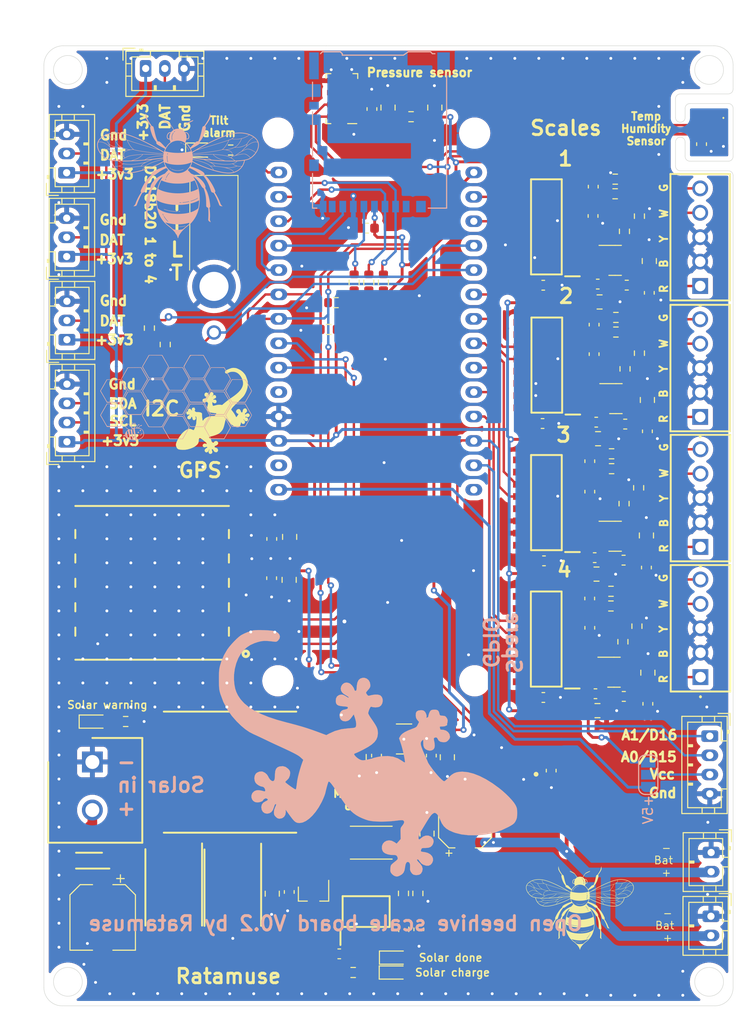
<source format=kicad_pcb>
(kicad_pcb (version 20211014) (generator pcbnew)
  (layers (0 "F.Cu" signal) (31 "B.Cu" signal) (34 "B.Paste" user) (35 "F.Paste" user) (36 "B.SilkS" user "B.Silkscreen") (37 "F.SilkS" user "F.Silkscreen") (38 "B.Mask" user) (39 "F.Mask" user) (44 "Edge.Cuts" user))
  (net 0 "")
  (net 1 "GND")
  (net 2 "+3V3")
  (net 3 "SCL")
  (net 4 "SDA")
  (net 5 "Net-(C13-Pad1)")
  (net 9 "+5V")
  (net 10 "VBAT")
  (net 12 "Net-(D6-Pad2)")
  (net 13 "Vsolar")
  (net 14 "Net-(D5-Pad1)")
  (net 15 "Net-(IC1-Pad10)")
  (net 16 "Net-(IC1-Pad8)")
  (net 17 "Net-(IC1-Pad6)")
  (net 18 "Net-(IC1-Pad5)")
  (net 19 "Net-(C4-Pad1)")
  (net 20 "Net-(C7-Pad2)")
  (net 21 "Net-(D1-Pad2)")
  (net 22 "Net-(D1-Pad1)")
  (net 23 "Net-(D3-Pad2)")
  (net 24 "Net-(D3-Pad1)")
  (net 25 "Net-(D4-Pad1)")
  (net 26 "DS18b20")
  (net 31 "Net-(D7-Pad2)")
  (net 33 "TX_GPS")
  (net 34 "RX_GPS")
  (net 35 "INT1")
  (net 38 "A0{slash}D15")
  (net 39 "A1{slash}D16")
  (net 40 "DAT1")
  (net 41 "CLK1")
  (net 42 "DAT3")
  (net 43 "CLK3")
  (net 44 "DAT2")
  (net 45 "CLK2")
  (net 46 "Tilt_led_alarm")
  (net 47 "VCC_GPS")
  (net 48 "Net-(R12-Pad1)")
  (net 49 "Start_GPS")
  (net 51 "DAT4")
  (net 52 "CLK4")
  (net 54 "SD3-CS-D7")
  (net 55 "CMD-MOSI-D8")
  (net 56 "CLK-SCK-D9")
  (net 57 "SDO-MISO-D10")
  (net 59 "Net-(C22-Pad1)")
  (net 60 "Net-(C24-Pad1)")
  (net 61 "Net-(C24-Pad2)")
  (net 62 "Net-(C25-Pad2)")
  (net 63 "Net-(IC5-Pad2)")
  (net 64 "Net-(IC5-Pad3)")
  (net 65 "Net-(IC5-Pad4)")
  (net 69 "Net-(J15-Pad4)")
  (net 70 "Net-(J15-Pad5)")
  (net 71 "Net-(C29-Pad1)")
  (net 72 "Net-(C31-Pad1)")
  (net 73 "Net-(C31-Pad2)")
  (net 74 "Net-(C32-Pad2)")
  (net 75 "Net-(IC6-Pad2)")
  (net 76 "Net-(IC6-Pad3)")
  (net 77 "Net-(IC6-Pad4)")
  (net 81 "Net-(J16-Pad4)")
  (net 82 "Net-(J16-Pad5)")
  (net 83 "Net-(C36-Pad1)")
  (net 84 "Net-(C38-Pad1)")
  (net 85 "Net-(C38-Pad2)")
  (net 86 "Net-(C39-Pad2)")
  (net 87 "Net-(IC7-Pad2)")
  (net 88 "Net-(IC7-Pad3)")
  (net 89 "Net-(IC7-Pad4)")
  (net 93 "Net-(J2-Pad4)")
  (net 94 "Net-(J2-Pad5)")
  (net 95 "Net-(C43-Pad1)")
  (net 96 "Net-(C45-Pad1)")
  (net 97 "Net-(C45-Pad2)")
  (net 98 "Net-(C46-Pad2)")
  (net 99 "Net-(IC8-Pad2)")
  (net 100 "Net-(IC8-Pad3)")
  (net 101 "Net-(IC8-Pad4)")
  (net 105 "Net-(J10-Pad4)")
  (net 106 "Net-(J10-Pad5)")
  (net 107 "Net-(J4-Pad3)")
  (footprint "Capacitor_SMD:CP_Elec_6.3x7.7" (layer "F.Cu") (at 102.625 159.81 -90)
    (fp_text reference "C1" hide)
    (fp_text value "100µF/35V")
  )
  (footprint "Capacitor_SMD:C_0603_1608Metric" (layer "F.Cu") (at 122.06 157.16 -90)
    (fp_text reference "C2" hide)
    (fp_text value "470nF/50V")
  )
  (footprint "Capacitor_SMD:C_0805_2012Metric" (layer "F.Cu") (at 120.29 157.34 -90)
    (fp_text reference "C3" hide)
    (fp_text value "4.7µF/50V")
  )
  (footprint "Capacitor_SMD:C_0603_1608Metric" (layer "F.Cu") (at 135.56 161.05 -90)
    (fp_text reference "C4" hide)
    (fp_text value "220nF")
  )
  (footprint "Capacitor_SMD:C_0603_1608Metric" (layer "F.Cu") (at 149.347466 144.532466 -90)
    (fp_text reference "C5" hide)
    (fp_text value "0.1µF")
  )
  (footprint "Capacitor_SMD:C_0603_1608Metric" (layer "F.Cu") (at 127.27 163.6)
    (fp_text reference "C7" hide)
    (fp_text value "0.1µF/50V")
  )
  (footprint "Capacitor_SMD:C_0805_2012Metric" (layer "F.Cu") (at 136.41 151.085 90)
    (fp_text reference "C8" hide)
    (fp_text value "10µF")
  )
  (footprint "Capacitor_SMD:CP_Elec_5x5.4" (layer "F.Cu") (at 140.38 149.81 90)
    (fp_text reference "C9" hide)
    (fp_text value "10µF")
  )
  (footprint "Capacitor_SMD:C_0603_1608Metric" (layer "F.Cu") (at 165.012609 79.332391 -90)
    (fp_text reference "C10" hide)
    (fp_text value "0.1µF")
  )
  (footprint "LED_SMD:LED_0603_1608Metric_Castellated" (layer "F.Cu") (at 101.86 139.43)
    (fp_text reference "D1" hide)
    (fp_text value "LED")
  )
  (footprint "Empreintes:SODFL3616X98N" (layer "F.Cu") (at 101.2 153.9 180)
    (fp_text reference "D2" hide)
    (fp_text value "MBR230LSFT1G" hide)
  )
  (footprint "LED_SMD:LED_0603_1608Metric_Castellated" (layer "F.Cu") (at 133.12 165.542)
    (fp_text reference "D3" hide)
    (fp_text value "LED")
  )
  (footprint "LED_SMD:LED_0603_1608Metric_Castellated" (layer "F.Cu") (at 133.14 163.992)
    (fp_text reference "D4" hide)
    (fp_text value "LED")
  )
  (footprint "Empreintes:DIOM8059X256N" (layer "F.Cu") (at 116.18 156.71 -90)
    (fp_text reference "D5" hide)
    (fp_text value "SS34" hide)
  )
  (footprint "Empreintes:DIOM8059X256N" (layer "F.Cu") (at 110.025 156.685 -90)
    (fp_text reference "D6" hide)
    (fp_text value "SS34" hide)
  )
  (footprint "Empreintes:SOP100P600X175-10N" (layer "F.Cu") (at 130.07 159.2 90)
    (fp_text reference "IC1" hide)
    (fp_text value "CN3791" hide)
  )
  (footprint "Empreintes:SHDR2W90P0X500_1X2_1060X980X1380P" (layer "F.Cu") (at 101.55 143.635 -90)
    (fp_text reference "J1" hide)
    (fp_text value "Conn_01x02" hide)
  )
  (footprint "Connector_JST:JST_PH_B4B-PH-K_1x04_P2.00mm_Vertical" (layer "F.Cu") (at 98.9 110.31 90)
    (fp_text reference "J5" hide)
    (fp_text value "Conn_01x04")
  )
  (footprint "Empreintes:INDPM138126X700N" (layer "F.Cu") (at 115.89 144.69)
    (fp_text reference "L1" hide)
    (fp_text value "82µH/3A" hide)
  )
  (footprint "Package_TO_SOT_SMD:SOT-23" (layer "F.Cu") (at 124.59 157.35 -90)
    (fp_text reference "Q1" hide)
    (fp_text value "AO3401A")
  )
  (footprint "Resistor_SMD:R_0603_1608Metric" (layer "F.Cu") (at 105.02 139.42)
    (fp_text reference "R1" hide)
    (fp_text value "2K")
  )
  (footprint "Resistor_SMD:R_0603_1608Metric" (layer "F.Cu") (at 133.99 161.05 90)
    (fp_text reference "R2" hide)
    (fp_text value "120")
  )
  (footprint "Resistor_SMD:R_0603_1608Metric" (layer "F.Cu") (at 128.72 165.54)
    (fp_text reference "R3" hide)
    (fp_text value "10K")
  )
  (footprint "Resistor_SMD:R_0603_1608Metric" (layer "F.Cu") (at 135.46 157.31 -90)
    (fp_text reference "R4" hide)
    (fp_text value "10K")
  )
  (footprint "Resistor_SMD:R_0603_1608Metric" (layer "F.Cu") (at 133.96 157.31 90)
    (fp_text reference "R5" hide)
    (fp_text value "30K")
  )
  (footprint "Resistor_SMD:R_2512_6332Metric" (layer "F.Cu") (at 130.6 152.03)
    (fp_text reference "R6" hide)
    (fp_text value "0.24R")
  )
  (footprint "Resistor_SMD:R_0603_1608Metric" (layer "F.Cu") (at 126.93 95.83)
    (fp_text reference "R7" hide)
    (fp_text value "2.2K")
  )
  (footprint "Resistor_SMD:R_0603_1608Metric" (layer "F.Cu") (at 126.17 98.62)
    (fp_text reference "R8" hide)
    (fp_text value "2.2K")
  )
  (footprint "Connector_JST:JST_PH_B2B-PH-K_1x02_P2.00mm_Vertical" (layer "F.Cu") (at 166.01 153.05 -90)
    (fp_text reference "J6" hide)
    (fp_text value "Conn_01x02")
  )
  (footprint "Connector_JST:JST_PH_B2B-PH-K_1x02_P2.00mm_Vertical" (layer "F.Cu") (at 165.99 159.69 -90)
    (fp_text reference "J7" hide)
    (fp_text value "Conn_01x02")
  )
  (footprint "Empreintes:SON50P200X200X80-9N-D" (layer "F.Cu") (at 146.397466 143.507466 180)
    (fp_text reference "IC2" hide)
    (fp_text value "MAX17048G+" hide)
  )
  (footprint "Connector_JST:JST_PH_B3B-PH-K_1x03_P2.00mm_Vertical" (layer "F.Cu") (at 98.875 91.035 90)
    (fp_text reference "J8" hide)
    (fp_text value "Conn_01x03")
  )
  (footprint "Connector_JST:JST_PH_B3B-PH-K_1x03_P2.00mm_Vertical" (layer "F.Cu") (at 98.87 82.31 90)
    (fp_text reference "J9" hide)
    (fp_text value "Conn_01x03")
  )
  (footprint "Connector_JST:JST_PH_B3B-PH-K_1x03_P2.00mm_Vertical" (layer "F.Cu") (at 98.9 99.685 90)
    (fp_text reference "J3" hide)
    (fp_text value "Conn_01x03")
  )
  (footprint "Empreintes:L80-M39" (layer "F.Cu") (at 100.025 119.91)
    (fp_text reference "IC3" hide)
    (fp_text value "L86-M33" hide)
  )
  (footprint "Empreintes:SHT41AD1BR3" (layer "F.Cu") (at 166.887609 77.857391 -90)
    (fp_text reference "IC4" hide)
    (fp_text value "SHT41-AD1B-R3" hide)
  )
  (footprint "Capacitor_SMD:C_0603_1608Metric" (layer "F.Cu") (at 120.225 124.505 -90)
    (fp_text reference "C6" hide)
    (fp_text value "0.1µF")
  )
  (footprint "Capacitor_SMD:C_0805_2012Metric" (layer "F.Cu") (at 122.05 124.68 -90)
    (fp_text reference "C11" hide)
    (fp_text value "10µF")
  )
  (footprint "Resistor_SMD:R_0603_1608Metric" (layer "F.Cu") (at 109.14 100.19 -90)
    (fp_text reference "R10" hide)
    (fp_text value "100k")
  )
  (footprint "Empreintes:RB231X2" (layer "F.Cu") (at 114.22 94.99 90)
    (fp_text reference "S1" hide)
    (fp_text value "RB231X2" hide)
  )
  (footprint "Capacitor_SMD:C_0805_2012Metric" (layer "F.Cu") (at 129.34 143.11 -90)
    (fp_text reference "C18" hide)
    (fp_text value "10µF")
  )
  (footprint "Capacitor_SMD:C_0603_1608Metric" (layer "F.Cu") (at 120.24 120.42 90)
    (fp_text reference "C20" hide)
    (fp_text value "0.1µF")
  )
  (footprint "Resistor_SMD:R_0603_1608Metric" (layer "F.Cu") (at 158.54 86.83 90)
    (fp_text reference "R17")
    (fp_text value "8.2K")
  )
  (footprint "Capacitor_SMD:C_0805_2012Metric" (layer "F.Cu") (at 159.57 91.5 90)
    (fp_text reference "C23")
    (fp_text value "10µF")
  )
  (footprint "Capacitor_SMD:C_0805_2012Metric" (layer "F.Cu") (at 159.42 134.34 90)
    (fp_text reference "C44")
    (fp_text value "10µF")
  )
  (footprint "Connector_JST:JST_PH_B3B-PH-K_1x03_P2.00mm_Vertical" (layer "F.Cu") (at 107.1 71.46)
    (fp_text reference "J14" hide)
    (fp_text value "Conn_01x03")
  )
  (footprint "Package_TO_SOT_SMD:SOT-23" (layer "F.Cu") (at 155.89 134.29)
    (fp_text reference "Q5")
    (fp_text value "MMBT4403")
  )
  (footprint "Resistor_SMD:R_0603_1608Metric" (layer "F.Cu") (at 158.28 129.5 90)
    (fp_text reference "R29")
    (fp_text value "8.2K")
  )
  (footprint "Resistor_SMD:R_0603_1608Metric" (layer "F.Cu") (at 156.98 88.41 90)
    (fp_text reference "R16")
    (fp_text value "20K")
  )
  (footprint "Empreintes:connecteurs5" (layer "F.Cu") (at 164.87 107.72 90)
    (fp_text reference "J16")
    (fp_text value "Conn_01x05" hide)
  )
  (footprint "Capacitor_SMD:C_0603_1608Metric" (layer "F.Cu") (at 153.37 112.33 90)
    (fp_text reference "C38")
    (fp_text value "0.1µF")
  )
  (footprint "Connector_JST:JST_PH_B4B-PH-K_1x04_P2.00mm_Vertical" (layer "F.Cu") (at 165.87 140.94 -90)
    (fp_text reference "J4")
    (fp_text value "Conn_01x04")
  )
  (footprint "Capacitor_SMD:C_0603_1608Metric" (layer "F.Cu") (at 148.6 122.7)
    (fp_text reference "C41")
    (fp_text value "0.1µF")
  )
  (footprint "Capacitor_SMD:C_0603_1608Metric" (layer "F.Cu") (at 154.04 108.27)
    (fp_text reference "C33")
    (fp_text value "0.1µF")
  )
  (footprint "Inductor_SMD:L_0603_1608Metric" (layer "F.Cu") (at 156.89 122.63 180)
    (fp_text reference "L4")
    (fp_text value "3.3µH")
  )
  (footprint "Capacitor_SMD:C_0603_1608Metric" (layer "F.Cu") (at 159.37 109.22 -90)
    (fp_text reference "C29")
    (fp_text value "0.1µF")
  )
  (footprint "Capacitor_SMD:C_0805_2012Metric" (layer "F.Cu") (at 159.37 105.96 90)
    (fp_text reference "C30")
    (fp_text value "10µF")
  )
  (footprint "LED_SMD:LED_0603_1608Metric" (layer "F.Cu") (at 112.75 79.95)
    (fp_text reference "D7" hide)
    (fp_text value "LED")
  )
  (footprint "Resistor_SMD:R_0603_1608Metric" (layer "F.Cu") (at 158.46 115.1 90)
    (fp_text reference "R25")
    (fp_text value "8.2K")
  )
  (footprint "Capacitor_SMD:C_0805_2012Metric" (layer "F.Cu") (at 154.23 109.99)
    (fp_text reference "C35")
    (fp_text value "10µF")
  )
  (footprint "Capacitor_SMD:C_0805_2012Metric" (layer "F.Cu") (at 154.17 138.29)
    (fp_text reference "C49")
    (fp_text value "10µF")
  )
  (footprint "Empreintes:connecteurs5" (layer "F.Cu") (at 164.9 121.25 90)
    (fp_text reference "J2")
    (fp_text value "Conn_01x05" hide)
  )
  (footprint "Package_TO_SOT_SMD:SOT-23" (layer "F.Cu") (at 156.09 105.82)
    (fp_text reference "Q3")
    (fp_text value "MMBT4403")
  )
  (footprint "Resistor_SMD:R_0603_1608Metric" (layer "F.Cu") (at 156.82 131.12 90)
    (fp_text reference "R28")
    (fp_text value "20K")
  )
  (footprint "Resistor_SMD:R_0603_1608Metric" (layer "F.Cu") (at 138.21 140.29)
    (fp_text reference "R12" hide)
    (fp_text value "10K")
  )
  (footprint "Capacitor_SMD:C_0603_1608Metric" (layer "F.Cu") (at 159.57 94.81 -90)
    (fp_text reference "C22")
    (fp_text value "0.1µF")
  )
  (footprint "Capacitor_SMD:C_0805_2012Metric" (layer "F.Cu") (at 137.225 75.53 90)
    (fp_text reference "C12" hide)
    (fp_text value "10µF")
  )
  (footprint "Capacitor_SMD:C_0603_1608Metric" (layer "F.Cu") (at 159.27 123.4 -90)
    (fp_text reference "C36")
    (fp_text value "0.1µF")
  )
  (footprint "Capacitor_SMD:C_0603_1608Metric" (layer "F.Cu") (at 153.88 122.37)
    (fp_text reference "C40")
    (fp_text value "0.1µF")
  )
  (footprint "Resistor_SMD:R_0603_1608Metric" (layer "F.Cu") (at 115.96 79.95)
    (fp_text reference "R11" hide)
    (fp_text value "10K")
  )
  (footprint "Capacitor_SMD:C_0603_1608Metric" (layer "F.Cu") (at 148.53 136.92)
    (fp_text reference "C48")
    (fp_text value "0.1µF")
  )
  (footprint "Capacitor_SMD:C_0603_1608Metric" (layer "F.Cu") (at 136.86 142.97 -90)
    (fp_text reference "C15" hide)
    (fp_text value "0.1µF")
  )
  (footprint "Resistor_SMD:R_0603_1608Metric" (layer "F.Cu") (at 134.75 76.48)
    (fp_text reference "FB1" hide)
    (fp_text value "FerriteBead")
  )
  (footprint "Capacitor_SMD:C_0603_1608Metric" (layer "F.Cu") (at 148.45 108.41)
    (fp_text reference "C34")
    (fp_text value "0.1µF")
  )
  (footprint "Inductor_SMD:L_0603_1608Metric" (layer "F.Cu") (at 157.22 94.01 180)
    (fp_text reference "L2")
    (fp_text value "3.3µH")
  )
  (footprint "Inductor_SMD:L_0603_1608Metric" (layer "F.Cu") (at 156.9125 136.81 180)
    (fp_text reference "L5")
    (fp_text value "3.3µH")
  )
  (footprint "Capacitor_SMD:C_0805_2012Metric" (layer "F.Cu") (at 122.1 120.21 90)
    (fp_text reference "C21" hide)
    (fp_text value "10µF")
  )
  (footprint "Resistor_SMD:R_0603_1608Metric" (layer "F.Cu") (at 155.64 111.56)
    (fp_text reference "R27")
    (fp_text value "100")
  )
  (footprint "Empreintes:SOIC127P600X160-16N" (layer "F.Cu") (at 148.89 102.33 180)
    (fp_text reference "IC6")
    (fp_text value "HX711" hide)
  )
  (footprint "Resistor_SMD:R_0603_1608Metric" (layer "F.Cu") (at 128.82 93.71 90)
    (fp_text reference "R15" hide)
    (fp_text value "10k")
  )
  (footprint "Empreintes:bee" (layer "F.Cu") (at 156.067812 158.817451)
    (fp_text reference "G***" hide)
    (fp_text value "LOGO" hide)
  )
  (footprint "Empreintes:SOIC127P600X160-16N" (layer "F.Cu") (at 148.85 116.64 180)
    (fp_text reference "IC7")
    (fp_text value "HX711" hide)
  )
  (footprint "Empreintes:ARDUINO_ABX00012" (layer "F.Cu") (at 143.6275 137.435 90)
    (fp_text reference "U1" hide)
    (fp_text value "MKRWAN_1310")
  )
  (footprint "Capacitor_SMD:C_0603_1608Metric" (layer "F.Cu") (at 130.17 88.08 180)
    (fp_text reference "C19" hide)
    (fp_text value "0.1µF")
  )
  (footprint "Resistor_SMD:R_0603_1608Metric" (layer "F.Cu") (at 157.04 102.72 90)
    (fp_text reference "R20")
    (fp_text value "20K")
  )
  (footprint "Resistor_SMD:R_0603_1608Metric" (layer "F.Cu") (at 155.57 127.4)
    (fp_text reference "R30")
    (fp_text value "100")
  )
  (footprint "Empreintes:Logo Ratamuse petit" (layer "F.Cu") (at 114.03 107.46 -160)
    (fp_text reference "G***" hide)
    (fp_text value "LOGO" hide)
  )
  (footprint "Fiducial:Fiducial_1mm_Mask3mm" (layer "F.Cu") (at 107.21 165.18)
    (fp_text reference "FID4" hide)
    (fp_text value "Fiducial")
  )
  (footprint "Capacitor_SMD:C_0805_2012Metric" (layer "F.Cu") (at 154.39 95.76)
    (fp_text reference "C27")
    (fp_text value "10µF")
  )
  (footprint "Fiducial:Fiducial_1mm_Mask3mm" (layer "F.Cu") (at 116.15 73.27)
    (fp_text reference "FID1" hide)
    (fp_text value "Fiducial")
  )
  (footprint "Capacitor_SMD:C_0805_2012Metric" (layer "F.Cu") (at 154.07 124.08)
    (fp_text reference "C42")
    (fp_text value "10µF")
  )
  (footprint "Capacitor_SMD:C_0603_1608Metric" (layer "F.Cu") (at 148.52 94.02)
    (fp_text reference "C28")
    (fp_text value "0.1µF")
  )
  (footprint "Capacitor_SMD:C_0603_1608Metric" (layer "F.Cu") (at 153.82 98.12 90)
    (fp_text reference "C31")
    (fp_text value "0.1µF")
  )
  (footprint "Empreintes:SOIC127P600X160-16N" (layer "F.Cu") (at 148.83 130.84 180)
    (fp_text reference "IC8")
    (fp_text value "HX711" hide)
  )
  (footprint "Resistor_SMD:R_0603_1608Metric" (layer "F.Cu") (at 155.64 113.11)
    (fp_text reference "R26")
    (fp_text value "100")
  )
  (footprint "Capacitor_SMD:C_0603_1608Metric" (layer "F.Cu") (at 153.96 136.53)
    (fp_text reference "C47")
    (fp_text value "0.1µF")
  )
  (footprint "Capacitor_SMD:C_0603_1608Metric" (layer "F.Cu") (at 154.2 93.9)
    (fp_text reference "C26")
    (fp_text value "0.1µF")
  )
  (footprint "Resistor_SMD:R_0603_1608Metric" (layer "F.Cu") (at 158.54 101.09 90)
    (fp_text reference "R21")
    (fp_text value "8.2K")
  )
  (footprint "Resistor_SMD:R_0603_1608Metric" (layer "F.Cu") (at 130.35 93.71 90)
    (fp_text reference "R14" hide)
    (fp_text value "10k")
  )
  (footprint "Capacitor_SMD:C_0603_1608Metric" (layer "F.Cu") (at 130.675 75.68 90)
    (fp_text reference "C14" hide)
    (fp_text value "0.1µF")
  )
  (footprint "Package_TO_SOT_SMD:SOT-23" (layer "F.Cu") (at 156.01 120.14)
    (fp_text reference "Q4")
    (fp_text value "MMBT4403")
  )
  (footprint "Capacitor_SMD:C_0603_1608Metric" (layer "F.Cu") (at 153.71 86.81 90)
    (fp_text reference "C25")
    (fp_text value "0.1µF")
  )
  (footprint "Fiducial:Fiducial_1mm_Mask3mm" (layer "F.Cu") (at 158.27 73.4)
    (fp_text reference "FID2" hide)
    (fp_text value "Fiducial")
  )
  (footprint "Resistor_SMD:R_0603_1608Metric" (layer "F.Cu") (at 156.09 98.89)
    (fp_text reference "R22")
    (fp_text value "100")
  )
  (footprint "Capacitor_SMD:C_0603_1608Metric" (layer "F.Cu") (at 153.82 101.19 90)
    (fp_text reference "C32")
    (fp_text value "0.1µF")
  )
  (footprint "Capacitor_SMD:C_0603_1608Metric" (layer "F.Cu") (at 159.42 137.58 -90)
    (fp_text reference "C43")
    (fp_text value "0.1µF")
  )
  (footprint "Fiducial:Fiducial_1mm_Mask3mm" (layer "F.Cu") (at 158.98 165.18)
    (fp_text reference "FID3" hide)
    (fp_text value "Fiducial")
  )
  (footprint "Inductor_SMD:L_0603_1608Metric" (layer "F.Cu") (at 157.06 108.47 180)
    (fp_text reference "L3")
    (fp_text value "3.3µH")
  )
  (footprint "Empreintes:SOIC127P600X160-16N" (layer "F.Cu") (at 148.848 87.945 180)
    (fp_text reference "IC5")
    (fp_text value "HX711" hide)
  )
  (footprint "Capacitor_SMD:C_0603_1608Metric" (layer "F.Cu") (at 153.73 83.76 90)
    (fp_text reference "C24")
    (fp_text value "0.1µF")
  )
  (footprint "Resistor_SMD:R_0603_1608Metric" (layer "F.Cu") (at 107.49 98.48 -90)
    (fp_text reference "R9" hide)
    (fp_text value "4.7K")
  )
  (footprint "Resistor_SMD:R_0603_1608Metric" (layer "F.Cu") (at 155.58 125.87)
    (fp_text reference "R31")
    (fp_text value "100")
  )
  (footprint "Capacitor_SMD:C_0603_1608Metric" (layer "F.Cu") (at 153.36 126.62 90)
    (fp_text reference "C45")
    (fp_text value "0.1µF")
  )
  (footprint "Empreintes:connecteurs5" (layer "F.Cu") (at 164.9 134.8 90)
    (fp_text reference "J10")
    (fp_text value "Conn_01x05" hide)
  )
  (footprint "Capacitor_SMD:C_0805_2012Metric" (layer "F.Cu") (at 132.35 75.53 90)
    (fp_text reference "C13" hide)
    (fp_text value "10µF")
  )
  (footprint "Package_LGA:LGA-8_3x5mm_P1.25mm" (layer "F.Cu") (at 127.545 74.6 180)
    (fp_text reference "U2" hide)
    (fp_text value "MS5611-01BA")
  )
  (footprint "Capacitor_SMD:C_0805_2012Metric" (layer "F.Cu") (at 138.53 143.14 -90)
    (fp_text reference "C16" hide)
    (fp_text value "10µF")
  )
  (footprint "Capacitor_SMD:C_0805_2012Metric" (layer "F.Cu") (at 159.27 120.06 90)
    (fp_text reference "C37")
    (fp_text value "10µF")
  )
  (footprint "Package_TO_SOT_SMD:SOT-23-5" (layer "F.Cu") (at 134.02 141.24 180)
    (fp_text reference "U3" hide)
    (fp_text value "XC6220B331MR")
  )
  (footprint "Capacitor_SMD:C_0603_1608Metric" (layer "F.Cu") (at 153.37 115.5 90)
    (fp_text reference "C39")
    (fp_text value "0.1µF")
  )
  (footprint "Capacitor_SMD:C_0603_1608Metric" (layer "F.Cu") (at 131.15 142.97 -90)
    (fp_text reference "C17" hide)
    (fp_text value "0.1µF")
  )
  (footprint "Empreintes:connecteurs5" (layer "F.Cu") (at 164.87 94.1 90)
    (fp_text reference "J15")
    (fp_text value "Conn_01x05" hide)
  )
  (footprint "Resistor_SMD:R_0603_1608Metric" (layer "F.Cu") (at 131.87 93.71 90)
    (fp_text reference "R13" hide)
    (fp_text value "10k")
  )
  (footprint "Resistor_SMD:R_0603_1608Metric" (layer "F.Cu") (at 156.02 82.98)
    (fp_text reference "R19")
    (fp_text value "100")
  )
  (footprint "Resistor_SMD:R_0603_1608Metric" (layer "F.Cu") (at 156.94 116.75 90)
    (fp_text reference "R24")
    (fp_text value "20K")
  )
  (footprint "Package_TO_SOT_SMD:SOT-23" (layer "F.Cu") (at 156.01 91.43)
    (fp_text reference "Q2")
    (fp_text value "MMBT4403")
  )
  (footprint "Resistor_SMD:R_0603_1608Metric" (layer "F.Cu") (at 156.01 84.5)
    (fp_text reference "R18")
    (fp_text value "100")
  )
  (footprint "Resistor_SMD:R_0603_1608Metric" (layer "F.Cu") (at 156.09 97.37)
    (fp_text reference "R23")
    (fp_text value "100")
  )
  (footprint "Capacitor_SMD:C_0603_1608Metric" (layer "F.Cu") (at 153.37 129.67 90)
    (fp_text reference "C46")
    (fp_text value "0.1µF")
  )
  (footprint "Jumper:SolderJumper-3_P1.3mm_Open_RoundedPad1.0x1.5mm_NumberLabels" (layer "B.Cu") (at 159.46 144.96 -90)
    (fp_text reference "JP1" hide)
    (fp_text value "SolderJumper_3_Open")
  )
  (footprint "Empreintes:bee large" (layer "B.Cu") (at 104.878973 82.601178 180)
    (fp_text reference "G***" hide)
    (fp_text value "LOGO" hide)
  )
  (footprint "Connector_Card:microSD_HC_Hirose_DM3AT-SF-PEJM5" (layer "B.Cu") (at 131.46 78.11)
    (fp_text reference "J13" hide)
    (fp_text value "Micro_SD_Card")
  )
  (footprint "Empreintes:Logo Ratamuse" (layer "B.Cu") (at 130.28263 142.703428)
    (fp_text reference "G***" hide)
    (fp_text value "LOGO" hide)
  )
  (footprint "Empreintes:alvéoles" (layer "B.Cu") (at 110.29 106.41 180)
    (fp_text reference "G***" hide)
    (fp_text value "LOGO" hide)
  )
  (gr_line (start 98.5 169.01) (end 166.3 169.01) (layer "Edge.Cuts") (width 0.05))
  (gr_line (start 168.3 80.61) (end 168.3 75.61) (layer "Edge.Cuts") (width 0.05))
  (gr_arc (start 166.3 69.1) (mid 167.717745 69.689326) (end 168.3 71.11) (layer "Edge.Cuts") (width 0.05))
  (gr_line (start 96.5 80.39) (end 96.5 167.11) (layer "Edge.Cuts") (width 0.05))
  (gr_line (start 163.3 76.56) (end 163.3 75.61) (layer "Edge.Cuts") (width 0.05))
  (gr_arc (start 168.3 80.61) (mid 168.153553 80.963553) (end 167.8 81.11) (layer "Edge.Cuts") (width 0.05))
  (gr_line (start 163.8 81.11) (end 167.8 81.11) (layer "Edge.Cuts") (width 0.05))
  (gr_circle (center 165.8 71.61) (end 165.8 70.11) (layer "Edge.Cuts") (width 0.05) (fill none))
  (gr_line (start 167.8 74.11) (end 162.8 74.11) (layer "Edge.Cuts") (width 0.05))
  (gr_line (start 98.5 69.1) (end 125.9 69.1) (layer "Edge.Cuts") (width 0.05))
  (gr_arc (start 167.8 75.11) (mid 168.153553 75.256447) (end 168.3 75.61) (layer "Edge.Cuts") (width 0.05))
  (gr_arc (start 162.3 74.61) (mid 162.446447 74.256447) (end 162.8 74.11) (layer "Edge.Cuts") (width 0.05))
  (gr_arc (start 162.3 79.11) (mid 162.8 78.61) (end 163.3 79.11) (layer "Edge.Cuts") (width 0.05))
  (gr_circle (center 99 166.51) (end 99 168.01) (layer "Edge.Cuts") (width 0.05) (fill none))
  (gr_line (start 167.8 82.11) (end 162.8 82.11) (layer "Edge.Cuts") (width 0.05))
  (gr_line (start 166.3 69.1) (end 125.9 69.1) (layer "Edge.Cuts") (width 0.05))
  (gr_line (start 162.3 81.61) (end 162.3 79.11) (layer "Edge.Cuts") (width 0.05))
  (gr_line (start 163.3 79.11) (end 163.3 80.61) (layer "Edge.Cuts") (width 0.05))
  (gr_arc (start 163.8 81.11) (mid 163.446447 80.963553) (end 163.3 80.61) (layer "Edge.Cuts") (width 0.05))
  (gr_arc (start 96.5 71.11) (mid 97.085183 69.692246) (end 98.5 69.1) (layer "Edge.Cuts") (width 0.05))
  (gr_arc (start 168.3 167.11) (mid 167.707846 168.489311) (end 166.3 169.01) (layer "Edge.Cuts") (width 0.05))
  (gr_arc (start 162.8 82.11) (mid 162.446447 81.963553) (end 162.3 81.61) (layer "Edge.Cuts") (width 0.05))
  (gr_arc (start 98.5 169.01) (mid 97.092154 168.489311) (end 96.5 167.11) (layer "Edge.Cuts") (width 0.05))
  (gr_arc (start 167.8 82.11) (mid 168.153553 82.256447) (end 168.3 82.61) (layer "Edge.Cuts") (width 0.05))
  (gr_circle (center 165.8 166.51) (end 165.8 168.01) (layer "Edge.Cuts") (width 0.05) (fill none))
  (gr_line (start 163.8 75.11) (end 167.8 75.11) (layer "Edge.Cuts") (width 0.05))
  (gr_line (start 168.3 73.61) (end 168.3 71.11) (layer "Edge.Cuts") (width 0.05))
  (gr_arc (start 163.3 75.61) (mid 163.446447 75.256447) (end 163.8 75.11) (layer "Edge.Cuts") (width 0.05))
  (gr_line (start 162.3 74.61) (end 162.3 76.56) (layer "Edge.Cuts") (width 0.05))
  (gr_arc (start 168.296447 73.608658) (mid 168.15 73.962211) (end 167.796447 74.108658) (layer "Edge.Cuts") (width 0.05))
  (gr_line (start 96.5 80.39) (end 96.5 71.11) (layer "Edge.Cuts") (width 0.05))
  (gr_arc (start 163.3 76.56) (mid 162.8 77.06) (end 162.3 76.56) (layer "Edge.Cuts") (width 0.05))
  (gr_line (start 168.3 167.11) (end 168.3 82.61) (layer "Edge.Cuts") (width 0.05))
  (gr_circle (center 99 71.61) (end 99 70.11) (layer "Edge.Cuts") (width 0.05) (fill none))
  (gr_text "-\nSolar in\n+" (at 103.97 146.03) (layer "B.SilkS") (effects (font (size 1.5 1.5) (thickness 0.3)) (justify right mirror)))
  (gr_text "Open beehive scale board V0.2 by Ratamuse" (at 126.87 160.44) (layer "B.SilkS") (effects (font (size 1.5 1.5) (thickness 0.3)) (justify mirror)))
  (gr_text "Spare\nGPIO" (at 144.23 131.2 -90) (layer "B.SilkS") (effects (font (size 1.5 1.5) (thickness 0.3)) (justify mirror)))
  (gr_text "Ratamuse" (at 115.71 165.93) (layer "F.SilkS") (effects (font (size 1.5 1.5) (thickness 0.3))))
  (gr_text "-\nBat \n+" (at 161.35 153.86) (layer "F.SilkS") (effects (font (size 0.8 0.8) (thickness 0.1))))
  (gr_text "Solar warning" (at 103.11 137.69) (layer "F.SilkS") (effects (font (size 0.8 0.8))))
  (gr_text "DAT\n\n" (at 103.66 81.3) (layer "F.SilkS") (effects (font (size 1 1) (thickness 0.25))))
  (gr_text "+3v3\n" (at 103.88 82.47) (layer "F.SilkS") (effects (font (size 1 1) (thickness 0.25))))
  (gr_text "-\nBat \n+" (at 161.48 160.65) (layer "F.SilkS") (effects (font (size 0.8 0.8) (thickness 0.1))))
  (gr_text "T\nI\nL\nT" (at 110.36 89.11) (layer "F.SilkS") (effects (font (size 1.5 1.5) (thickness 0.3))))
  (gr_text "Tilt\nalarm" (at 114.75 77.52) (layer "F.SilkS") (effects (font (size 0.8 0.8) (thickness 0.2))))
  (gr_text "R   B   Y   W   G" (at 161.05 129.75 90) (layer "F.SilkS") (effects (font (size 0.8 0.8) (thickness 0.2))))
  (gr_text "Solar charge" (at 139.07 165.54) (layer "F.SilkS") (effects (font (size 0.8 0.8))))
  (gr_text "DAT\n\n" (at 109.93 76.49 90) (layer "F.SilkS") (effects (font (size 1 1) (thickness 0.25))))
  (gr_text "DAT\n\n" (at 103.64 98.54) (layer "F.SilkS") (effects (font (size 1 1) (thickness 0.25))))
  (gr_text "I2C" (at 108.79 106.86) (layer "F.SilkS") (effects (font (size 1.5 1.5) (thickness 0.3))))
  (gr_text "SCL\n\n" (at 104.74 108.96) (layer "F.SilkS") (effects (font (size 1 1) (thickness 0.25))))
  (gr_text "R   B   Y   W   G" (at 161.1 116.15 90) (layer "F.SilkS") (effects (font (size 0.8 0.8) (thickness 0.2))))
  (gr_text "Gnd" (at 103.75 95.64) (layer "F.SilkS") (effects (font (size 1 1) (thickness 0.25))))
  (gr_text "A0/D15" (at 159.52 143.11) (layer "F.SilkS") (effects (font (size 1 1) (thickness 0.25))))
  (gr_text "+3v3\n" (at 103.86 99.71) (layer "F.SilkS") (effects (font (size 1 1) (thickness 0.25))))
  (gr_text "DS18b20 1 to 4" (at 107.56 87.71 -90) (layer "F.SilkS") (effects (font (size 1 1) (thickness 0.25))))
  (gr_text "Gnd" (at 103.73 87.22) (layer "F.SilkS") (effects (font (size 1 1) (thickness 0.25))))
  (gr_text "GPS" (at 112.79 113.28) (layer "F.SilkS") (effects (font (size 1.5 1.5) (thickness 0.3))))
  (gr_text "+3v3\n" (at 106.82 77.07 -270) (layer "F.SilkS") (effects (font (size 1 1) (thickness 0.25))))
  (gr_text "Scales" (at 150.88 77.66) (layer "F.SilkS") (effects (font (size 1.5 1.5) (thickness 0.3))))
  (gr_text "Vcc" (at 160.93 144.9) (layer "F.SilkS") (effects (font (size 1 1) (thickness 0.25))))
  (gr_text "+3v3\n" (at 103.84 91.29) (layer "F.SilkS") (effects (font (size 1 1) (thickness 0.25))))
  (gr_text "MPPT Solar\ncharger" (at 130.09 147.57) (layer "F.SilkS") (effects (font (size 0.8 0.8) (thickness 0.2))))
  (gr_text "R   B   Y   W   G" (at 161.06 102.67 90) (layer "F.SilkS") (effects (font (size 0.8 0.8) (thickness 0.2))))
  (gr_text "DAT\n\n" (at 103.62 90.12) (layer "F.SilkS") (effects (font (size 1 1) (thickness 0.25))))
  (gr_text "Solar done" (at 138.87 164) (layer "F.SilkS") (effects (font (size 0.8 0.8))))
  (gr_text "+3v3\n" (at 104.46 110.19) (layer "F.SilkS") (effects (font (size 1 1) (thickness 0.25))))
  (gr_text "Pressure sensor" (at 135.63 71.88) (layer "F.SilkS") (effects (font (size 0.9 0.9) (thickness 0.225))))
  (gr_text "Gnd" (at 160.97 146.86) (layer "F.SilkS") (effects (font (size 1 1) (thickness 0.25))))
  (gr_text "1\n" (at 150.84 80.85) (layer "F.SilkS") (effects (font (size 1.5 1.5) (thickness 0.3))))
  (gr_text "Gnd" (at 104.66 104.32) (layer "F.SilkS") (effects (font (size 1 1) (thickness 0.25))))
  (gr_text "Temp\nHumidity\nSensor" (at 159.24 77.73) (layer "F.SilkS") (effects (font (size 0.8 0.8) (thickness 0.2))))
  (gr_text "SDA" (at 104.72 106.36) (layer "F.SilkS") (effects (font (size 1 1) (thickness 0.25))))
  (gr_text "3" (at 150.64 109.59) (layer "F.SilkS") (effects (font (size 1.5 1.5) (thickness 0.3))))
  (gr_text "2\n" (at 150.91 95.15) (layer "F.SilkS") (effects (font (size 1.5 1.5) (thickness 0.3))))
  (gr_text "4\n" (at 150.71 123.62) (layer "F.SilkS") (effects (font (size 1.5 1.5) (thickness 0.3))))
  (gr_text "Gnd" (at 111.18 76.62 90) (layer "F.SilkS") (effects (font (size 1 1) (thickness 0.25))))
  (gr_text "Gnd" (at 103.77 78.4) (layer "F.SilkS") (effects (font (size 1 1) (thickness 0.25))))
  (gr_text "R   B   Y   W   G" (at 161.08 89.14 90) (layer "F.SilkS") (effects (font (size 0.8 0.8) (thickness 0.2))))
  (gr_text "A1/D16\n" (at 159.58 140.83) (layer "F.SilkS") (effects (font (size 1 1) (thickness 0.25))))
  (segment (start 154.655 122.37) (end 154.655 122.995) (width 0.3) (layer "F.Cu") (net 1))
  (segment (start 145.407466 143.247466) (end 144.637466 143.247466) (width 0.25) (layer "F.Cu") (net 1))
  (segment (start 147.407466 144.247466) (end 147.46 144.3) (width 0.25) (layer "F.Cu") (net 1))
  (segment (start 155.12 137.46) (end 155.12 138.29) (width 0.3) (layer "F.Cu") (net 1))
  (segment (start 146.407466 145.376329) (end 146.476567 145.44543) (width 0.25) (layer "F.Cu") (net 1))
  (segment (start 154.655 122.995) (end 155.02 123.36) (width 0.3) (layer "F.Cu") (net 1))
  (segment (start 154.975 93.9) (end 154.975 94.485) (width 0.25) (layer "F.Cu") (net 1))
  (segment (start 152.773 87.31) (end 153.043 87.58) (width 0.25) (layer "F.Cu") (net 1))
  (segment (start 151.56 87.31) (end 152.773 87.31) (width 0.25) (layer "F.Cu") (net 1))
  (segment (start 136.32 141.24) (end 136.37 141.19) (width 0.25) (layer "F.Cu") (net 1))
  (segment (start 154.815 108.27) (end 154.815 108.855) (width 0.3) (layer "F.Cu") (net 1))
  (segment (start 144.180847 142.790847) (end 144.180847 142.141552) (width 0.25) (layer "F.Cu") (net 1))
  (segment (start 135.1575 141.24) (end 136.32 141.24) (width 0.25) (layer "F.Cu") (net 1))
  (segment (start 129.06 161.902) (end 129.07 161.912) (width 0.25) (layer "F.Cu") (net 1))
  (segment (start 129.06 160.49) (end 129.06 161.902) (width 0.25) (layer "F.Cu") (net 1))
  (segment (start 154.975 94.485) (end 155.34 94.85) (width 0.25) (layer "F.Cu") (net 1))
  (segment (start 155.02 123.36) (end 155.02 124.08) (width 0.3) (layer "F.Cu") (net 1))
  (segment (start 153.705 87.58) (end 153.71 87.585) (width 0.25) (layer "F.Cu") (net 1))
  (segment (start 154.735 136.53) (end 154.735 137.075) (width 0.3) (layer "F.Cu") (net 1))
  (segment (start 155.18 109.22) (end 155.18 109.99) (width 0.3) (layer "F.Cu") (net 1))
  (segment (start 154.735 137.075) (end 155.12 137.46) (width 0.3) (layer "F.Cu") (net 1))
  (segment (start 147.397466 142.757466) (end 147.397466 142.177466) (width 0.3) (layer "F.Cu") (net 1))
  (segment (start 144.637466 143.247466) (end 144.180847 142.790847) (width 0.25) (layer "F.Cu") (net 1))
  (segment (start 154.815 108.855) (end 155.18 109.22) (width 0.3) (layer "F.Cu") (net 1))
  (segment (start 155.34 94.85) (end 155.34 95.76) (width 0.25) (layer "F.Cu") (net 1))
  (segment (start 147.46 144.3) (end 147.46 146.338862) (width 0.25) (layer "F.Cu") (net 1))
  (segment (start 146.407466 143.497466) (end 146.407466 145.376329) (width 0.25) (layer "F.Cu") (net 1))
  (segment (start 153.043 87.58) (end 153.705 87.58) (width 0.25) (layer "F.Cu") (net 1))
  (via (at 150 87.3) (size 0.65) (drill 0.3) (layers "F.Cu" "B.Cu") (net 1))
  (via (at 160.56 70.41) (size 0.65) (drill 0.3) (layers "F.Cu" "B.Cu") (net 1))
  (via (at 103.06 70.41) (size 0.65) (drill 0.3) (layers "F.Cu" "B.Cu") (net 1))
  (via (at 110.56 112.91) (size 0.65) (drill 0.3) (layers "F.Cu" "B.Cu") (net 1))
  (via (at 159.37 103.74) (size 0.65) (drill 0.3) (layers "F.Cu" "B.Cu") (net 1))
  (via (at 135.61 95.11) (size 0.65) (drill 0.3) (layers "F.Cu" "B.Cu") (net 1))
  (via (at 98.07 157.91) (size 0.65) (drill 0.3) (layers "F.Cu" "B.Cu") (net 1))
  (via (at 120.56 70.41) (size 0.65) (drill 0.3) (layers "F.Cu" "B.Cu") (net 1))
  (via (at 107.83 103.78) (size 0.65) (drill 0.3) (layers "F.Cu" "B.Cu") (net 1))
  (via (at 105.56 127.91) (size 0.65) (drill 0.3) (layers "F.Cu" "B.Cu") (net 1))
  (via (at 150.39 122.69) (size 0.65) (drill 0.3) (layers "F.Cu" "B.Cu") (net 1))
  (via (at 103.06 122.91) (size 0.65) (drill 0.3) (layers "F.Cu" "B.Cu") (net 1))
  (via (at 163.06 72.91) (size 0.65) (drill 0.3) (layers "F.Cu" "B.Cu") (net 1))
  (via (at 103.06 127.91) (size 0.65) (drill 0.3) (layers "F.Cu" "B.Cu") (net 1))
  (via (at 115.56 132.91) (size 0.65) (drill 0.3) (layers "F.Cu" "B.Cu") (net 1))
  (via (at 125.54 87.05) (size 0.65) (drill 0.3) (layers "F.Cu" "B.Cu") (net 1))
  (via (at 160.41 109.98) (size 0.65) (drill 0.3) (layers "F.Cu" "B.Cu") (net 1))
  (via (at 108.06 135.41) (size 0.65) (drill 0.3) (layers "F.Cu" "B.Cu") (net 1))
  (via (at 98.06 127.91) (size 0.65) (drill 0.3) (layers "F.Cu" "B.Cu") (net 1))
  (via (at 105.56 137.91) (size 0.65) (drill 0.3) (layers "F.Cu" "B.Cu") (net 1))
  (via (at 141.26 123.72) (size 0.65) (drill 0.3) (layers "F.Cu" "B.Cu") (net 1))
  (via (at 118.06 135.41) (size 0.65) (drill 0.3) (layers "F.Cu" "B.Cu") (net 1))
  (via (at 113.06 125.41) (size 0.65) (drill 0.3) (layers "F.Cu" "B.Cu") (net 1))
  (via (at 120.56 130.12) (size 0.65) (drill 0.3) (layers "F.Cu" "B.Cu") (net 1))
  (via (at 154.35 130.46) (size 0.65) (drill 0.3) (layers "F.Cu" "B.Cu") (net 1))
  (via (at 110.56 122.91) (size 0.65) (drill 0.3) (layers "F.Cu" "B.Cu") (net 1))
  (via (at 103.06 117.91) (size 0.65) (drill 0.3) (layers "F.Cu" "B.Cu") (net 1))
  (via (at 128.23 88.02) (size 0.65) (drill 0.3) (layers "F.Cu" "B.Cu") (net 1))
  (via (at 98.07 145.41) (size 0.65) (drill 0.3) (layers "F.Cu" "B.Cu") (net 1))
  (via (at 122.14 122.46) (size 0.65) (drill 0.3) (layers "F.Cu" "B.Cu") (net 1))
  (via (at 120.22 159.49) (size 0.65) (drill 0.3) (layers "F.Cu" "B.Cu") (net 1))
  (via (at 115.56 112.91) (size 0.65) (drill 0.3) (layers "F.Cu" "B.Cu") (net 1))
  (via (at 131.94 112.48) (size 0.65) (drill 0.3) (layers "F.Cu" "B.Cu") (net 1))
  (via (at 110.56 135.41) (size 0.65) (drill 0.3) (layers "F.Cu" "B.Cu") (net 1))
  (via (at 110.56 117.91) (size 0.65) (drill 0.3) (layers "F.Cu" "B.Cu") (net 1))
  (via (at 110.56 130.41) (size 0.65) (drill 0.3) (layers "F.Cu" "B.Cu") (net 1))
  (via (at 147.63 91.15) (size 0.65) (drill 0.3) (layers "F.Cu" "B.Cu") (net 1))
  (via (at 141.312882 140.817118) (size 0.65) (drill 0.3) (layers "F.Cu" "B.Cu") (net 1))
  (via (at 122.91 135.95) (size 0.65) (drill 0.3) (layers "F.Cu" "B.Cu") (net 1))
  (via (at 98.06 137.91) (size 0.65) (drill 0.3) (layers "F.Cu" "B.Cu") (net 1))
  (via (at 160.56 75.41) (size 0.65) (drill 0.3) (layers "F.Cu" "B.Cu") (net 1))
  (via (at 115.56 135.41) (size 0.65) (drill 0.3) (layers "F.Cu" "B.Cu") (net 1))
  (via (at 103.06 132.91) (size 0.65) (drill 0.3) (layers "F.Cu" "B.Cu") (net 1))
  (via (at 103.06 137.91) (size 0.65) (drill 0.3) (layers "F.Cu" "B.Cu") (net 1))
  (via (at 110.86 167.75) (size 0.65) (drill 0.3) (layers "F.Cu" "B.Cu") (net 1))
  (via (at 113.36 167.75) (size 0.65) (drill 0.3) (layers "F.Cu" "B.Cu") (net 1))
  (via (at 132.07 101.71) (size 0.65) (drill 0.3) (layers "F.Cu" "B.Cu") (net 1))
  (via (at 127.49 138.74) (size 0.65) (drill 0.3) (layers "F.Cu" "B.Cu") (net 1))
  (via (at 100.56 115.41) (size 0.65) (drill 0.3) (layers "F.Cu" "B.Cu") (net 1))
  (via (at 113.06 130.41) (size 0.65) (drill 0.3) (layers "F.Cu" "B.Cu") (net 1))
  (via (at 113.06 115.41) (size 0.65) (drill 0.3) (layers "F.Cu" "B.Cu") (net 1))
  (via (at 113.06 122.91) (size 0.65) (drill 0.3) (layers "F.Cu" "B.Cu") (net 1))
  (via (at 98.06 115.41) (size 0.65) (drill 0.3) (layers "F.Cu" "B.Cu") (net 1))
  (via (at 156.06 124.09) (size 0.65) (drill 0.3) (layers "F.Cu" "B.Cu") (net 1))
  (via (at 101.88 166.57) (size 0.65) (drill 0.3) (layers "F.Cu" "B.Cu") (net 1))
  (via (at 103.06 125.41) (size 0.65) (drill 0.3) (layers "F.Cu" "B.Cu") (net 1))
  (via (at 129.36 145.09) (size 0.65) (drill 0.3) (layers "F.Cu" "B.Cu") (net 1))
  (via (at 138.54 145.14) (size 0.65) (drill 0.3) (layers "F.Cu" "B.Cu") (net 1))
  (via (at 120.56 117.91) (size 0.65) (drill 0.3) (layers "F.Cu" "B.Cu") (net 1))
  (via (at 100.56 135.41) (size 0.65) (drill 0.3) (layers "F.Cu" "B.Cu") (net 1))
  (via (at 123.27 98.71) (size 0.65) (drill 0.3) (layers "F.Cu" "B.Cu") (net 1))
  (via (at 109.7 92.4) (size 0.65) (drill 0.3) (layers "F.Cu" "B.Cu") (net 1))
  (via (at 137.19 78.95) (size 0.65) (drill 0.3) (layers "F.Cu" "B.Cu") (net 1))
  (via (at 103.06 120.41) (size 0.65) (drill 0.3) (layers "F.Cu" "B.Cu") (net 1))
  (via (at 128.36 167.75) (size 0.65) (drill 0.3) (layers "F.Cu" "B.Cu") (net 1))
  (via (at 135.86 167.75) (size 0.65) (drill 0.3) (layers "F.Cu" "B.Cu") (net 1))
  (via (at 155.56 70.41) (size 0.65) (drill 0.3) (layers "F.Cu" "B.Cu") (net 1))
  (via (at 156.17 138.29) (size 0.65) (drill 0.3) (layers "F.Cu" "B.Cu") (net 1))
  (via (at 98.07 155.41) (size 0.65) (drill 0.3) (layers "F.Cu" "B.Cu") (net 1))
  (via (at 98.06 75.41) (size 0.65) (drill 0.3) (layers "F.Cu" "B.Cu") (net 1))
  (via (at 118.36 167.75) (size 0.65) (drill 0.3) (layers "F.Cu" "B.Cu") (net 1))
  (via (at 126.43 71.59) (size 0.65) (drill 0.3) (layers "F.Cu" "B.Cu") (net 1))
  (via (at 153.06 70.41) (size 0.65) (drill 0.3) (layers "F.Cu" "B.Cu") (net 1))
  (via (at 118.16 122.48) (size 0.65) (drill 0.3) (layers "F.Cu" "B.Cu") (net 1))
  (via (at 122.94 137.93) (size 0.65) (drill 0.3) (layers "F.Cu" "B.Cu") (net 1))
  (via (at 118.06 112.91) (size 0.65) (drill 0.3) (layers "F.Cu" "B.Cu") (net 1))
  (via (at 98.06 85.41) (size 0.65) (drill 0.3) (layers "F.Cu" "B.Cu") (net 1))
  (via (at 125.86 167.75) (size 0.65) (drill 0.3) (layers "F.Cu" "B.Cu") (net 1))
  (via (at 160.77 95.56) (size 0.65) (drill 0.3) (layers "F.Cu" "B.Cu") (net 1))
  (via (at 130.86 167.75) (size 0.65) (drill 0.3) (layers "F.Cu" "B.Cu") (net 1))
  (via (at 110.56 120.41) (size 0.65) (drill 0.3) (layers "F.Cu" "B.Cu") (net 1))
  (via (at 118.06 117.91) (size 0.65) (drill 0.3) (layers "F.Cu" "B.Cu") (net 1))
  (via (at 108.06 127.91) (size 0.65) (drill 0.3) (layers "F.Cu" "B.Cu") (net 1))
  (via (at 120.56 137.91) (size 0.65) (drill 0.3) (layers "F.Cu" "B.Cu") (net 1))
  (via (at 150.31 136.91) (size 0.65) (drill 0.3) (layers "F.Cu" "B.Cu") (net 1))
  (via (at 108.06 117.91) (size 0.65) (drill 0.3) (layers "F.Cu" "B.Cu") (net 1))
  (via (at 103.06 115.41) (size 0.65) (drill 0.3) (layers "F.Cu" "B.Cu") (net 1))
  (via (at 160.43 138.36) (size 0.65) (drill 0.3) (layers "F.Cu" "B.Cu") (net 1))
  (via (at 98.06 132.91) (size 0.65) (drill 0.3) (layers "F.Cu" "B.Cu") (net 1))
  (via (at 100.56 75.41) (size 0.65) (drill 0.3) (layers "F.Cu" "B.Cu") (net 1))
  (via (at 110.56 115.41) (size 0.65) (drill 0.3) (layers "F.Cu" "B.Cu") (net 1))
  (via (at 108.35 167.73) (size 0.65) (drill 0.3) (layers "F.Cu" "B.Cu") (net 1))
  (via (at 98.07 140.41) (size 0.65) (drill 0.3) (layers "F.Cu" "B.Cu") (net 1))
  (via (at 110.56 125.41) (size 0.65) (drill 0.3) (layers "F.Cu" "B.Cu") (net 1))
  (via (at 118.11 120.05) (size 0.65) (drill 0.3) (layers "F.Cu" "B.Cu") (net 1))
  (via (at 105.56 120.41) (size 0.65) (drill 0.3) (layers "F.Cu" "B.Cu") (net 1))
  (via (at 130.65 73.62) (size 0.65) (drill 0.3) (layers "F.Cu" "B.Cu") (net 1))
  (via (at 131.16 144.74) (size 0.65) (drill 0.3) (layers "F.Cu" "B.Cu") (net 1))
  (via (at 140.7 167.75) (size 0.65) (drill 0.3) (layers "F.Cu" "B.Cu") (net 1))
  (via (at 148.06 70.41) (size 0.65) (drill 0.3) (layers "F.Cu" "B.Cu") (net 1))
  (via (at 146.476567 145.44543) (size 0.65) (drill 0.3) (layers "F.Cu" "B.Cu") (net 1))
  (via (at 113.06 117.91) (size 0.65) (drill 0.3) (layers "F.Cu" "B.Cu") (net 1))
  (via (at 159.26 118.2) (size 0.65) (drill 0.3) (layers "F.Cu" "B.Cu") (net 1))
  (via (at 98.06 130.41) (size 0.65) (drill 0.3) (layers "F.Cu" "B.Cu") (net 1))
  (via (at 147.75 104.25) (size 0.65) (drill 0.3) (layers "F.Cu" "B.Cu") (net 1))
  (via (at 103.36 167.75) (size 0.65) (drill 0.3) (layers "F.Cu" "B.Cu") (net 1))
  (via (at 120.86 167.75) (size 0.65) (drill 0.3) (layers "F.Cu" "B.Cu") (net 1))
  (via (at 143.2 167.75) (size 0.65) (drill 0.3) (layers "F.Cu" "B.Cu") (net 1))
  (via (at 100.67 164.69) (size 0.65) (drill 0.3) (layers "F.Cu" "B.Cu") (net 1))
  (via (at 153.06 167.91) (size 0.65) (drill 0.3) (layers "F.Cu" "B.Cu") (net 1))
  (via (at 145.56 70.41) (size 0.65) (drill 0.3) (layers "F.Cu" "B.Cu") (net 1))
  (via (at 166.012609 80.082391) (size 0.65) (drill 0.3) (layers "F.Cu" "B.Cu") (net 1))
  (via (at 98.07 142.91) (size 0.65) (drill 0.3) (layers "F.Cu" "B.Cu") (net 1))
  (via (at 128.79 78.31) (size 0.65) (drill 0.3) (layers "F.Cu" "B.Cu") (net 1))
  (via (at 128.74 84.72) (size 0.65) (drill 0.3) (layers "F.Cu" "B.Cu") (net 1))
  (via (at 98.06 117.91) (size 0.65) (drill 0.3) (layers "F.Cu" "B.Cu") (net 1))
  (via (at 105.56 115.41) (size 0.65) (drill 0.3) (layers "F.Cu" "B.Cu") (net 1))
  (via (at 157.43 114.26) (size 0.65) (drill 0.3) (layers "F.Cu" "B.Cu") (net 1))
  (via (at 165.56 137.91) (size 0.65) (drill 0.3) (layers "F.Cu" "B.Cu") (net 1))
  (via (at 113.06 127.91) (size 0.65) (drill 0.3) (layers "F.Cu" "B.Cu") (net 1))
  (via (at 150.48 94.01) (size 0.65) (drill 0.3) (layers "F.Cu" "B.Cu") (net 1))
  (via (at 103.06 130.41) (size 0.65) (drill 0.3) (layers "F.Cu" "B.Cu") (net 1))
  (via (at 102.11 131.33) (size 0.65) (drill 0.3) (layers "F.Cu" "B.Cu") (net 1))
  (via (at 113.06 120.41) (size 0.65) (drill 0.3) (layers "F.Cu" "B.Cu") (net 1))
  (via (at 121.89 159.12) (size 0.65) (drill 0.3) (layers "F.Cu" "B.Cu") (net 1))
  (via (at 150.7 167.75) (size 0.65) (drill 0.3) (layers "F.Cu" "B.Cu") (net 1))
  (via (at 98.06 122.91) (size 0.65) (drill 0.3) (layers "F.Cu" "B.Cu") (net 1))
  (via (at 98.07 152.91) (size 0.65) (drill 0.3) (layers "F.Cu" "B.Cu") (net 1))
  (via (at 140.56 70.41) (size 0.65) (drill 0.3) (layers "F.Cu" "B.Cu") (net 1))
  (via (at 147.74 105.5) (size 0.65) (drill 0.3) (layers "F.Cu" "B.Cu") (net 1))
  (via (at 105.56 112.91) (size 0.65) (drill 0.3) (layers "F.Cu" "B.Cu") (net 1))
  (via (at 123.87 96.37) (size 0.65) (drill 0.3) (layers "F.Cu" "B.Cu") (net 1))
  (via (at 155.54 82.31) (size 0.65) (drill 0.3) (layers "F.Cu" "B.Cu") (net 1))
  (via (at 103.06 72.91) (size 0.65) (drill 0.3) (layers "F.Cu" "B.Cu") (net 1))
  (via (at 150.04 101.67) (size 0.65) (drill 0.3) (layers "F.Cu" "B.Cu") (net 1))
  (via (at 105.56 125.41) (size 0.65) (drill 0.3) (layers "F.Cu" "B.Cu") (net 1))
  (via (at 132.32 73.24) (size 0.65) (drill 0.3) (layers "F.Cu" "B.Cu") (net 1))
  (via (at 150.03 115.97) (size 0.65) (drill 0.3) (layers "F.Cu" "B.Cu") (net 1))
  (via (at 159.55 89.28) (size 0.65) (drill 0.3) (layers "F.Cu" "B.Cu") (net 1))
  (via (at 144.58 89.82) (size 0.65) (drill 0.3) (layers "F.Cu" "B.Cu") (net 1))
  (via (at 129.06 160.49) (size 0.65) (drill 0.3) (layers "F.Cu" "B.Cu") (net 1))
  (via (at 160.56 80.41) (size 0.65) (drill 0.3) (layers "F.Cu" "B.Cu") (net 1))
  (via (at 140.38 145.42) (size 0.65) (drill 0.3) (layers "F.Cu" "B.Cu") (net 1))
  (via (at 134 141.26) (size 0.65) (drill 0.3) (layers "F.Cu" "B.Cu") (net 1))
  (via (at 115.56 70.41) (size 0.65) (drill 0.3) (layers "F.Cu" "B.Cu") (net 1))
  (via (at 98.07 147.91) (size 0.65) (drill 0.3) (layers "F.Cu" "B.Cu") (net 1))
  (via (at 133.36 167.75) (size 0.65) (drill 0.3) (layers "F.Cu" "B.Cu") (net 1))
  (via (at 133.766651 120.579229) (size 0.65) (drill 0.3) (layers "F.Cu" "B.Cu") (net 1))
  (via (at 115.86 167.75) (size 0.65) (drill 0.3) (layers "F.Cu" "B.Cu") (net 1))
  (via (at 156.52 95.74) (size 0.65) (drill 0.3) (layers "F.Cu" "B.Cu") (net 1))
  (via (at 132.31 127.03) (size 0.65) (drill 0.3) (layers "F.Cu" "B.Cu") (net 1))
  (via (at 158.06 70.41) (size 0.65) (drill 0.3) (layers "F.Cu" "B.Cu") (net 1))
  (via (at 105.56 70.41) (size 0.65) (drill 0.3) (layers "F.Cu" "B.Cu") (net 1))
  (via (at 138.36 167.75) (size 0.65) (drill 0.3) (layers "F.Cu" "B.Cu") (net 1))
  (via (at 108.06 122.91) (size 0.65) (drill 0.3) (layers "F.Cu" "B.Cu") (net 1))
  (via (at 120.14 122.46) (size 0.65) (drill 0.3) (layers "F.Cu" "B.Cu") (net 1))
  (via (at 100.56 132.91) (size 0.65) (drill 0.3) (layers "F.Cu" "B.Cu") (net 1))
  (via (at 110.89 79.93) (size 0.65) (drill 0.3) (layers "F.Cu" "B.Cu") (net 1))
  (via (at 158.06 167.91) (size 0.65) (drill 0.3) (layers "F.Cu" "B.Cu") (net 1))
  (via (at 118.06 115.41) (size 0.65) (drill 0.3) (layers "F.Cu" "B.Cu") (net 1))
  (via (at 122.05 126.86) (size 0.65) (drill 0.3) (layers "F.Cu" "B.Cu") (net 1))
  (via (at 115.56 137.91) (size 0.65) (drill 0.3) (layers "F.Cu" "B.Cu") (net 1))
  (via (at 98.06 92.91) (size 0.65) (drill 0.3) (layers "F.Cu" "B.Cu") (net 1))
  (via (at 120.56 132.91) (size 0.65) (drill 0.3) (layers "F.Cu" "B.Cu") (net 1))
  (via (at 136.51 158.13) (size 0.65) (drill 0.3) (layers "F.Cu" "B.Cu") (net 1))
  (via (at 110.56 127.91) (size 0.65) (drill 0.3) (layers "F.Cu" "B.Cu") (net 1))
  (via (at 98.07 162.91) (size 0.65) (drill 0.3) (layers "F.Cu" "B.Cu") (net 1))
  (via (at 154.71 87.57) (size 0.65) (drill 0.3) (layers "F.Cu" "B.Cu") (net 1))
  (via (at 108.06 112.91) (size 0.65) (drill 0.3) (layers "F.Cu" "B.Cu") (net 1))
  (via (at 159.44 132.36) (size 0.65) (drill 0.3) (layers "F.Cu" "B.Cu") (net 1))
  (via (at 108.06 132.91) (size 0.65) (drill 0.3) (layers "F.Cu" "B.Cu") (net 1))
  (via (at 98.07 150.41) (size 0.65) (drill 0.3) (layers "F.Cu" "B.Cu") (net 1))
  (via (at 165.67 149.91) (size 0.65) (drill 0.3) (layers "F.Cu" "B.Cu") (net 1))
  (via (at 128.06 70.41) (size 0.65) (drill 0.3) (layers "F.Cu" "B.Cu") (net 1))
  (via (at 98.06 102.91) (size 0.65) (drill 0.3) (layers "F.Cu" "B.Cu") (net 1))
  (via (at 105.56 132.91) (size 0.65) (drill 0.3) (layers "F.Cu" "B.Cu") (net 1))
  (via (at 163.06 70.41) (size 0.65) (drill 0.3) (layers "F.Cu" "B.Cu") (net 1))
  (via (at 167.29 79.57) (size 0.65) (drill 0.3) (layers "F.Cu" "B.Cu") (net 1))
  (via (at 154.44 116.24) (size 0.65) (drill 0.3) (layers "F.Cu" "B.Cu") (net 1))
  (via (at 123.37 92.03) (size 0.65) (drill 0.3) (layers "F.Cu" "B.Cu") (net 1))
  (via (at 127.81 129.01) (size 0.8) (drill 0.4) (layers "F.Cu" "B.Cu") (net 1))
  (via (at 105.56 130.41) (size 0.65) (drill 0.3) (layers "F.Cu" "B.Cu") (net 1))
  (via (at 108.06 115.41) (size 0.65) (drill 0.3) (layers "F.Cu" "B.Cu") (net 1))
  (via (at 105.56 117.91) (size 0.65) (drill 0.3) (layers "F.Cu" "B.Cu") (net 1))
  (via (at 122.75 132.91) (size 0.65) (drill 0.3) (layers "F.Cu" "B.Cu") (net 1))
  (via (at 155.56 167.91) (size 0.65) (drill 0.3) (layers "F.Cu" "B.Cu") (net 1))
  (via (at 140.74 132.48) (size 0.65) (drill 0.3) (layers "F.Cu" "B.Cu") (net 1))
  (via (at 113.06 137.91) (size 0.65) (drill 0.3) (layers "F.Cu" "B.Cu") (net 1))
  (via (at 150.56 70.41) (size 0.65) (drill 0.3) (layers "F.Cu" "B.Cu") (net 1))
  (via (at 159.27 128.65) (size 0.65) (drill 0.3) (layers "F.Cu" "B.Cu") (net 1))
  (via (at 128.57 71.57) (size 0.65) (drill 0.3) (layers "F.Cu" "B.Cu") (net 1))
  (via (at 136.4 148.89) (size 0.65) (drill 0.3) (layers "F.Cu" "B.Cu") (net 1))
  (via (at 116.18 161.99) (size 0.65) (drill 0.3) (layers "F.Cu" "B.Cu") (net 1))
  (via (at 103.06 135.41) (size 0.65) (drill 0.3) (layers "F.Cu" "B.Cu") (net 1))
  (via (at 165.64 157.41) (size 0.65) (drill 0.3) (layers "F.Cu" "B.Cu") (net 1))
  (via (at 123.07 130.06) (size 0.65) (drill 0.3) (layers "F.Cu" "B.Cu") (net 1))
  (via (at 105.56 135.41) (size 0.65) (drill 0.3) (layers "F.Cu" "B.Cu") (net 1))
  (via (at 120.22 126.46) (size 0.65) (drill 0.3) (layers "F.Cu" "B.Cu") (net 1))
  (via (at 113.06 112.91) (size 0.65) (drill 0.3) (layers "F.Cu" "B.Cu") (net 1))
  (via (at 100.56 137.91) (size 0.65) (drill 0.3) (layers "F.Cu" "B.Cu") (net 1))
  (via (at 149.37 146.3) (size 0.65) (drill 0.3) (layers "F.Cu" "B.Cu") (net 1))
  (via (at 123.06 70.41) (size 0.65) (drill 0.3) (layers "F.Cu" "B.Cu") (net 1))
  (via (at 136.83 144.74) (size 0.65) (drill 0.3) (layers "F.Cu" "B.Cu") (net 1))
  (via (at 133.06 70.41) (size 0.65) (drill 0.3) (layers "F.Cu" "B.Cu") (net 1))
  (via (at 98.06 120.41) (size 0.65) (drill 0.3) (layers "F.Cu" "B.Cu") (net 1))
  (via (at 108.06 125.41) (size 0.65) (drill 0.3) (layers "F.Cu" "B.Cu") (net 1))
  (via (at 106.94 139.42) (size 0.65) (drill 0.3) (layers "F.Cu" "B.Cu") (net 1))
  (via (at 148.2 167.75) (size 0.65) (drill 0.3) (layers "F.Cu" "B.Cu") (net 1))
  (via (at 108.06 130.41) (size 0.65) (drill 0.3) (layers "F.Cu" "B.Cu") (net 1))
  (via (at 98.07 160.41) (size 0.65) (drill 0.3) (layers "F.Cu" "B.Cu") (net 1))
  (via (at 117.57 126.25) (size 0.65) (drill 0.3) (layers "F.Cu" "B.Cu") (net 1))
  (via (at 156.38 110) (size 0.65) (drill 0.3) (layers "F.Cu" "B.Cu") (net 1))
  (via (at 137.18 73.25) (size 0.65) (drill 0.3) (layers "F.Cu" "B.Cu") (net 1))
  (via (at 159.59 86.05) (size 0.65) (drill 0.3) (layers "F.Cu" "B.Cu") (net 1))
  (via (at 163.06 165.41) (size 0.65) (drill 0.3) (layers "F.Cu" "B.Cu") (net 1))
  (via (at 101.03 162.52) (size 0.65) (drill 0.3) (layers "F.Cu" "B.Cu") (net 1))
  (via (at 118.05 130.1) (size 0.65) (drill 0.3) (layers "F.Cu" "B.Cu") (net 1))
  (via (at 163.06 167.91) (size 0.65) (drill 0.3) (layers "F.Cu" "B.Cu") (net 1))
  (via (at 105.86 167.75) (size 0.65) (drill 0.3) (layers "F.Cu" "B.Cu") (net 1))
  (via (at 118.06 137.91) (size 0.65) (drill 0.3) (layers "F.Cu" "B.Cu") (net 1))
  (via (at 108.06 120.41) (size 0.65) (drill 0.3) (layers "F.Cu" "B.Cu") (net 1))
  (via (at 118.14 132.98) (size 0.65) (drill 0.3) (layers "F.Cu" "B.Cu") (net 1))
  (via (at 98.07 135.41) (size 0.65) (drill 0.3) (layers "F.Cu" "B.Cu") (net 1))
  (via (at 110.56 137.91) (size 0.65) (drill 0.3) (layers "F.Cu" "B.Cu") (net 1))
  (via (at 145.7 167.75) (size 0.65) (drill 0.3) (layers "F.Cu" "B.Cu") (net 1))
  (via (at 113.06 132.91) (size 0.65) (drill 0.3) (layers "F.Cu" "B.Cu") (net 1))
  (via (at 98.06 112.91) (size 0.65) (drill 0.3) (layers "F.Cu" "B.Cu") (net 1))
  (via (at 105.56 122.91) (size 0.65) (drill 0.3) (layers "F.Cu" "B.Cu") (net 1))
  (via (at 123.36 167.75) (size 0.65) (drill 0.3) (layers "F.Cu" "B.Cu") (net 1))
  (via (at 136.37 141.19) (size 0.65) (drill 0.3) (layers "F.Cu" "B.Cu") (net 1))
  (via (at 130.56 70.41) (size 0.65) (drill 0.3) (layers "F.Cu" "B.Cu") (net 1))
  (via (at 115.56 115.41) (size 0.65) (drill 0.3) (layers "F.Cu" "B.Cu") (net 1))
  (via (at 113.06 70.41) (size 0.65) (drill 0.3) (layers "F.Cu" "B.Cu") (net 1))
  (via (at 98.06 125.41) (size 0.65) (drill 0.3) (layers "F.Cu" "B.Cu") (net 1))
  (via (at 143.06 70.41) (size 0.65) (drill 0.3) (layers "F.Cu" "B.Cu") (net 1))
  (via (at 100.56 112.91) (size 0.65) (drill 0.3) (layers "F.Cu" "B.Cu") (net 1))
  (via (at 113.06 135.41) (size 0.65) (drill 0.3) (layers "F.Cu" "B.Cu") (net 1))
  (via (at 160.56 167.91) (size 0.65) (drill 0.3) (layers "F.Cu" "B.Cu") (net 1))
  (via (at 160.27 124.2) (size 0.65) (drill 0.3) (layers "F.Cu" "B.Cu") (net 1))
  (via (at 135.58 162.81) (size 0.65) (drill 0.3) (layers "F.Cu" "B.Cu") (net 1))
  (via (at 108.06 137.91) (size 0.65) (drill 0.3) (layers "F.Cu" "B.Cu") (net 1))
  (via (at 118.06 70.41) (size 0.65) (drill 0.3) (layers "F.Cu" "B.Cu") (net 1))
  (via (at 103.06 112.91) (size 0.65) (drill 0.3) (layers "F.Cu" "B.Cu") (net 1))
  (via (at 110.56 132.91) (size 0.65) (drill 0.3) (layers "F.Cu" "B.Cu") (net 1))
  (via (at 150.14 108.4) (size 0.65) (drill 0.3) (layers "F.Cu" "B.Cu") (net 1))
  (via (at 144.180847 142.141552) (size 0.65) (drill 0.3) (layers "F.Cu" "B.Cu") (net 1))
  (segment (start 128.735 85.835) (end 128.735 84.725) (width 0.3) (layer "B.Cu") (net 1))
  (segment (start 128.735 84.725) (end 128.74 84.72) (width 0.3) (layer "B.Cu") (net 1))
  (segment (start 144.8 95.84) (end 146.13 95.84) (width 0.3) (layer "F.Cu") (net 2))
  (segment (start 153.265 108.27) (end 153.265 109.975) (width 0.3) (layer "F.Cu") (net 2))
  (segment (start 151.56 92.39) (end 153.448 92.39) (width 0.3) (layer "F.Cu") (net 2))
  (segment (start 147.47 78.29) (end 144.583311 81.176689) (width 0.3) (layer "F.Cu") (net 2))
  (segment (start 153.44 95.76) (end 153.44 92.398) (width 0.3) (layer "F.Cu") (net 2))
  (segment (start 147.765 106.775) (end 155.1475 106.775) (width 0.3) (layer "F.Cu") (net 2))
  (segment (start 147.725 135.285) (end 153.285 135.285) (width 0.3) (layer "F.Cu") (net 2))
  (segment (start 153.085 122.35) (end 153.105 122.37) (width 0.3) (layer "F.Cu") (net 2))
  (segment (start 127.755 95.83) (end 126.95 96.635) (width 0.3) (layer "F.Cu") (net 2))
  (segment (start 107.385 99.3) (end 104.06 99.3) (width 0.3) (layer "F.Cu") (net 2))
  (segment (start 131.32 95.83) (end 133.82 93.33) (width 0.3) (layer "F.Cu") (net 2))
  (segment (start 109.01 99.305) (end 109.14 99.435) (width 0.3) (layer "F.Cu") (net 2))
  (segment (start 153.21 140.61) (end 153.6795 141.0795) (width 0.3) (layer "F.Cu") (net 2))
  (segment (start 153.44 92.398) (end 153.448 92.39) (width 0.3) (layer "F.Cu") (net 2))
  (segment (start 153.265 109.975) (end 153.28 109.99) (width 0.3) (layer "F.Cu") (net 2))
  (segment (start 134.54 91.89) (end 133.82 91.89) (width 0.3) (layer "F.Cu") (net 2))
  (segment (start 107.58 99.305) (end 109.01 99.305) (width 0.3) (layer "F.Cu") (net 2))
  (segment (start 137.265 76.52) (end 137.225 76.48) (width 0.3) (layer "F.Cu") (net 2))
  (segment (start 147.825 122.7) (end 147.825 121.175) (width 0.3) (layer "F.Cu") (net 2))
  (segment (start 147.755 135.315) (end 147.725 135.285) (width 0.3) (layer "F.Cu") (net 2))
  (segment (start 147.755 136.92) (end 147.755 135.315) (width 0.3) (layer "F.Cu") (net 2))
  (segment (start 144.97 138.16) (end 145.11 138.3) (width 0.3) (layer "F.Cu") (net 2))
  (segment (start 153.06 124.02) (end 144.97 124.02) (width 0.3) (layer "F.Cu") (net 2))
  (segment (start 155.1475 106.775) (end 155.1525 106.77) (width 0.3) (layer "F.Cu") (net 2))
  (segment (start 154.9075 135.285) (end 154.9525 135.24) (width 0.3) (layer "F.Cu") (net 2))
  (segment (start 130.96 88.76) (end 130.96 87) (width 0.3) (layer "F.Cu") (net 2))
  (segment (start 131.24 89.04) (end 130.96 88.76) (width 0.3) (layer "F.Cu") (net 2))
  (segment (start 165.012609 78.557391) (end 163.997391 78.557391) (width 0.3) (layer "F.Cu") (net 2))
  (segment (start 139.03 83.13) (end 139.03 87.4) (width 0.3) (layer "F.Cu") (net 2))
  (segment (start 145.14 110.06) (end 153.21 110.06) (width 0.3) (layer "F.Cu") (net 2))
  (segment (start 153.448 92.39) (end 153.458 92.38) (width 0.3) (layer "F.Cu") (net 2))
  (segment (start 153.22 135.35) (end 153.285 135.285) (width 0.3) (layer "F.Cu") (net 2))
  (segment (start 138.84 76.52) (end 137.265 76.52) (width 0.3) (layer "F.Cu") (net 2))
  (segment (start 165.012609 78.557391) (end 165.09 78.48) (width 0.3) (layer "F.Cu") (net 2))
  (segment (start 147.715 108.11) (end 147.715 106.825) (width 0.3) (layer "F.Cu") (net 2))
  (segment (start 153.12 124.08) (end 153.12 122.385) (width 0.3) (layer "F.Cu") (net 2))
  (segment (start 115.525 121.18) (end 122.08 121.18) (width 0.3) (layer "F.Cu") (net 2))
  (segment (start 147.715 106.825) (end 147.765 106.775) (width 0.3) (layer "F.Cu") (net 2))
  (segment (start 151.56 92.39) (end 147.71 92.39) (width 0.3) (layer "F.Cu") (net 2))
  (segment (start 165.09 78.48) (end 165.967396 78.48) (width 0.3) (layer "F.Cu") (net 2))
  (segment (start 104.06 102.48) (end 104.05 102.47) (width 0.3) (layer "F.Cu") (net 2))
  (segment (start 153.265 106.835) (end 153.25 106.82) (width 0.3) (layer "F.Cu") (net 2))
  (segment (start 133.82 89.04) (end 131.24 89.04) (width 0.3) (layer "F.Cu") (net 2))
  (segment (start 139.43 82.73) (end 139.03 83.13) (width 0.3) (layer "F.Cu") (net 2))
  (segment (start 122.08 121.18) (end 122.1 121.16) (width 0.3) (layer "F.Cu") (net 2))
  (segment (start 153.458 92.38) (end 155.0725 92.38) (width 0.3) (layer "F.Cu") (net 2))
  (segment (start 153.21 110.06) (end 153.28 109.99) (width 0.3) (layer "F.Cu") (net 2))
  (segment (start 139.43 81.25) (end 139.43 82.73) (width 0.3) (layer "F.Cu") (net 2))
  (segment (start 123.96 110.2) (end 124.7 110.94) (width 0.3) (layer "F.Cu") (net 2))
  (segment (start 153.36 95.84) (end 153.44 95.76) (width 0.3) (layer "F.Cu") (net 2))
  (segment (start 124.7 120.85) (end 124.39 121.16) (width 0.3) (layer "F.Cu") (net 2))
  (segment (start 153.12 124.08) (end 153.06 124.02) (width 0.3) (layer "F.Cu") (net 2))
  (segment (start 153.265 108.27) (end 153.265 106.835) (width 0.3) (layer "F.Cu") (net 2))
  (segment (start 124.39 121.16) (end 122.1 121.16) (width 0.3) (layer "F.Cu") (net 2))
  (segment (start 153.085 121.085) (end 153.085 122.35) (width 0.3) (layer "F.Cu") (net 2))
  (segment (start 147.825 121.175) (end 147.915 121.085) (width 0.3) (layer "F.Cu") (net 2))
  (segment (start 145.11 138.3) (end 153.12 138.3) (width 0.3) (layer "F.Cu") (net 2))
  (segment (start 139.503311 81.176689) (end 139.43 81.25) (width 0.3) (layer "F.Cu") (net 2))
  (segment (start 107.52 99.435) (end 107.385 99.3) (width 0.3) (layer "F.Cu") (net 2))
  (segment (start 147.71 92.39) (end 146.136 92.39) (width 0.3) (layer "F.Cu") (net 2))
  (segment (start 107.49 99.395) (end 107.58 99.305) (width 0.3) (layer "F.Cu") (net 2))
  (segment (start 120.9675 110.2202) (end 120.9877 110.2) (width 0.3) (layer "F.Cu") (net 2))
  (segment (start 163.73 78.29) (end 147.47 78.29) (width 0.3) (layer "F.Cu") (net 2))
  (segment (start 153.12 122.385) (end 153.105 122.37) (width 0.3) (layer "F.Cu") (net 2))
  (segment (start 147.725 92.405) (end 147.71 92.39) (width 0.3) (layer "F.Cu") (net 2))
  (segment (start 155.0675 121.085) (end 153.085 121.085) (width 0.3) (layer "F.Cu") (net 2))
  (segment (start 144.583311 81.176689) (end 139.503311 81.176689) (width 0.3) (layer "F.Cu") (net 2))
  (segment (start 133.82 93.33) (end 133.82 91.89) (width 0.3) (layer "F.Cu") (net 2))
  (segment (start 120.9877 110.2) (end 123.96 110.2) (width 0.3) (layer "F.Cu") (net 2))
  (segment (start 153.6795 141.0795) (end 154.6 141.0795) (width 0.3) (layer "F.Cu") (net 2))
  (segment (start 104.06 99.3) (end 104.049999 99.310001) (width 0.3) (layer "F.Cu") (net 2))
  (segment (start 155.0725 121.09) (end 155.0675 121.085) (width 0.3) (layer "F.Cu") (net 2))
  (segment (start 146.13 95.84) (end 153.36 95.84) (width 0.3) (layer "F.Cu") (net 2))
  (segment (start 124.7 110.94) (end 124.7 120.85) (width 0.3) (layer "F.Cu") (net 2))
  (segment (start 147.915 121.085) (end 146.138 121.085) (width 0.3) (layer "F.Cu") (net 2))
  (segment (start 153.085 121.085) (end 147.915 121.085) (width 0.3) (layer "F.Cu") (net 2))
  (segment (start 153.12 138.3) (end 153.21 138.21) (width 0.3) (layer "F.Cu") (net 2))
  (segment (start 165.967396 78.48) (end 166.487609 78.48) (width 0.3) (layer "F.Cu") (net 2))
  (segment (start 126.95 96.635) (end 126.95 109.6) (width 0.3) (layer "F.Cu") (net 2))
  (segment (start 147.725 94.05) (end 147.725 92.405) (width 0.3) (layer "F.Cu") (net 2))
  (segment (start 153.21 138.21) (end 153.21 140.61) (width 0.3) (layer "F.Cu") (net 2))
  (segment (start 127.755 95.83) (end 131.32 95.83) (width 0.3) (layer "F.Cu") (net 2))
  (segment (start 135.575 76.48) (end 137.225 76.48) (width 0.3) (layer "F.Cu") (net 2))
  (segment (start 139.03 87.4) (end 134.54 91.89) (width 0.3) (layer "F.Cu") (net 2))
  (segment (start 153.285 135.285) (end 154.9075 135.285) (width 0.3) (layer "F.Cu") (net 2))
  (segment (start 153.22 138.29) (end 153.22 135.35) (width 0.3) (layer "F.Cu") (net 2))
  (segment (start 163.997391 78.557391) (end 163.73 78.29) (width 0.3) (layer "F.Cu") (net 2))
  (segment (start 146.118 135.285) (end 147.725 135.285) (width 0.3) (layer "F.Cu") (net 2))
  (segment (start 146.178 106.775) (end 147.765 106.775) (width 0.3) (layer "F.Cu") (net 2))
  (via (at 133.82 89.04) (size 0.65) (drill 0.3) (layers "F.Cu" "B.Cu") (net 2))
  (via (at 130.96 87) (size 0.65) (drill 0.3) (layers "F.Cu" "B.Cu") (net 2))
  (via (at 139.43 81.25) (size 0.65) (drill 0.3) (layers "F.Cu" "B.Cu") (net 2))
  (via (at 144.97 138.16) (size 0.65) (drill 0.3) (layers "F.Cu" "B.Cu") (net 2))
  (via (at 144.97 124.02) (size 0.65) (drill 0.3) (layers "F.Cu" "B.Cu") (net 2))
  (via (at 126.95 109.6) (size 0.65) (drill 0.3) (layers "F.Cu" "B.Cu") (net 2))
  (via (at 104.049999 99.310001) (size 0.65) (drill 0.3) (layers "F.Cu" "B.Cu") (net 2))
  (via (at 138.84 76.52) (size 0.65) (drill 0.3) (layers "F.Cu" "B.Cu") (net 2))
  (via (at 145.14 110.06) (size 0.65) (drill 0.3) (layers "F.Cu" "B.Cu") (net 2))
  (via (at 133.82 91.89) (size 0.65) (drill 0.3) (layers "F.Cu" "B.Cu") (net 2))
  (via (at 154.6 141.0795) (size 0.65) (drill 0.3) (layers "F.Cu" "B.Cu") (net 2))
  (via (at 144.8 95.84) (size 0.65) (drill 0.3) (layers "F.Cu" "B.Cu") (net 2))
  (segment (start 138.84 76.52) (end 138.84 80.66) (width 0.3) (layer "B.Cu") (net 2))
  (segment (start 130.935 86.975) (end 130.96 87) (width 0.3) (layer "B.Cu") (net 2))
  (segment (start 127.58 109.03) (end 144.78 109.03) (width 0.3) (layer "B.Cu") (net 2))
  (segment (start 98.925 90.81) (end 103.525 90.81) (width 0.3) (layer "B.Cu") (net 2))
  (segment (start 159.46 143.66) (end 159.45 143.65) (width 0.3) (layer "B.Cu") (net 2))
  (segment (start 100.475 110.41) (end 100.7148 110.1702) (width 0.3) (layer "B.Cu") (net 2))
  (segment (start 98.8 110.41) (end 100.475 110.41) (width 0.3) (layer "B.Cu") (net 2))
  (segment (start 104.0698 110.1702) (end 104.09 110.15) (width 0.3) (layer "B.Cu") (net 2))
  (segment (start 98.825 99.71) (end 102.95 99.71) (width 0.3) (layer "B.Cu") (net 2))
  (segment (start 144.97 138.16) (end 144.97 124.02) (width 0.3) (layer "B.Cu") (net 2))
  (segment (start 104.05 92.585) (end 104.049999 99.310001) (width 0.3) (layer "B.Cu") (net 2))
  (segment (start 126.41 110.2) (end 127.58 109.03) (width 0.3) (layer "B.Cu") (net 2))
  (segment (start 104.05 102.47) (end 104.05 100.81) (width 0.3) (layer "B.Cu") (net 2))
  (segment (start 107.1 71.41) (end 107.1 74.14) (width 0.3) (layer "B.Cu") (net 2))
  (segment (start 157.67 143.65) (end 155.0995 141.0795) (width 0.3) (layer "B.Cu") (net 2))
  (segment (start 159.45 143.65) (end 157.67 143.65) (width 0.3) (layer "B.Cu") (net 2))
  (segment (start 100.7148 110.1702) (end 104.0202 110.1702) (width 0.3) (layer "B.Cu") (net 2))
  (segment (start 126.41 110.2) (end 120.9198 110.2) (width 0.3) (layer "B.Cu") (net 2))
  (segment (start 104.05 91.335) (end 104.05 92.585) (width 0.3) (layer "B.Cu") (net 2))
  (segment (start 144.97 110.23) (end 144.97 124.02) (width 0.3) (layer "B.Cu") (net 2))
  (segment (start 104.05 100.81) (end 104.049999 99.310001) (width 0.3) (layer "B.Cu") (net 2))
  (segment (start 144.78 109.03) (end 144.79 109.04) (width 0.3) (layer "B.Cu") (net 2))
  (segment (start 102.95 99.71) (end 104.05 100.81) (width 0.3) (layer "B.Cu") (net 2))
  (segment (start 155.0995 141.0795) (end 154.6 141.0795) (width 0.3) (layer "B.Cu") (net 2))
  (segment (start 138.84 80.66) (end 139.43 81.25) (width 0.3) (layer "B.Cu") (net 2))
  (segment (start 145.14 110.06) (end 144.97 110.23) (width 0.3) (layer "B.Cu") (net 2))
  (segment (start 133.82 89.04) (end 133.82 91.89) (width 0.3) (layer "B.Cu") (net 2))
  (segment (start 104.05 110.11) (end 104.05 102.47) (width 0.3) (layer "B.Cu") (net 2))
  (segment (start 145.14 110.06) (end 144.8 109.72) (width 0.3) (layer "B.Cu") (net 2))
  (segment (start 104.05 77.19) (end 104.05 92.585) (width 0.3) (layer "B.Cu") (net 2))
  (segment (start 130.935 85.835) (end 130.935 86.975) (width 0.3) (layer "B.Cu") (net 2))
  (segment (start 144.8 109.72) (end 144.8 95.84) (width 0.3) (layer "B.Cu") (net 2))
  (segment (start 103.525 90.81) (end 104.05 91.335) (width 0.3) (layer "B.Cu") (net 2))
  (segment (start 104.03 82.31) (end 98.85 82.31) (width 0.3) (layer "B.Cu") (net 2))
  (segment (start 120.9198 110.2) (end 120.89 110.1702) (width 0.3) (layer "B.Cu") (net 2))
  (segment (start 104.0202 110.1702) (end 104.0698 110.1702) (width 0.3) (layer "B.Cu") (net 2))
  (segment (start 120.89 110.1702) (end 104.0202 110.1702) (width 0.3) (layer "B.Cu") (net 2))
  (segment (start 107.1 74.14) (end 104.05 77.19) (width 0.3) (layer "B.Cu") (net 2))
  (segment (start 127.19 109.42) (end 126.41 110.2) (width 0.3) (layer "B.Cu") (net 2))
  (segment (start 138.54 80.93) (end 138.54 81.7) (width 0.25) (layer "F.Cu") (net 3))
  (segment (start 118.72 100.39) (end 118.72 98.3) (width 0.25) (layer "F.Cu") (net 3))
  (segment (start 126.4 125.26) (end 126.125 124.985) (width 0.25) (layer "F.Cu") (net 3))
  (segment (start 119.4998 97.5202) (end 120.9675 97.5202) (width 0.25) (layer "F.Cu") (net 3))
  (segment (start 98.9 108.31) (end 98.92 108.29) (width 0.25) (layer "F.Cu") (net 3))
  (segment (start 128.800489 90.229511) (end 126.125 92.905) (width 0.25) (layer "F.Cu") (net 3))
  (segment (start 144.313795 80.600499) (end 138.869501 80.600499) (width 0.25) (layer "F.Cu") (net 3))
  (segment (start 138.54 86.615704) (end 134.926193 90.229511) (width 0.25) (layer "F.Cu") (net 3))
  (segment (start 164.762609 77.157391) (end 164.112119 77.807881) (width 0.25) (layer "F.Cu") (net 3))
  (segment (start 124.84 79.1) (end 127.45 81.71) (width 0.25) (layer "F.Cu") (net 3))
  (segment (start 147.078804 77.83549) (end 144.313795 80.600499) (width 0.25) (layer "F.Cu") (net 3))
  (segment (start 134.926193 90.229511) (end 128.800489 90.229511) (width 0.25) (layer "F.Cu") (net 3))
  (segment (start 145.397466 143.757466) (end 144.511762 143.757466) (width 0.25) (layer "F.Cu") (net 3))
  (segment (start 135.96 133.6) (end 126.45 133.6) (width 0.25) (layer "F.Cu") (net 3))
  (segment (start 125.325 76.475) (end 124.84 76.96) (width 0.25) (layer "F.Cu") (net 3))
  (segment (start 126.47 76.475) (end 125.325 76.475) (width 0.25) (layer "F.Cu") (net 3))
  (segment (start 124.84 76.96) (end 124.84 79.1) (width 0.25) (layer "F.Cu") (net 3))
  (segment (start 126.125 100.465) (end 126.14 100.45) (width 0.25) (layer "F.Cu") (net 3))
  (segment (start 164.112119 77.807881) (end 158.141413 77.807881) (width 0.25) (layer "F.Cu") (net 3))
  (segment (start 110.82 108.29) (end 118.72 100.39) (width 0.25) (layer "F.Cu") (net 3))
  (segment (start 166.487609 77.157391) (end 164.762609 77.157391) (width 0.25) (layer "F.Cu") (net 3))
  (segment (start 118.72 98.3) (end 119.4998 97.5202) (width 0.25) (layer "F.Cu") (net 3))
  (segment (start 98.92 108.29) (end 110.82 108.29) (width 0.25) (layer "F.Cu") (net 3))
  (segment (start 126.125 95.785) (end 126.125 94.7) (width 0.25) (layer "F.Cu") (net 3))
  (segment (start 144.511762 143.757466) (end 143.331356 142.57706) (width 0.25) (layer "F.Cu") (net 3))
  (segment (start 147.078804 77.81) (end 158.113804 77.81) (width 0.25) (layer "F.Cu") (net 3))
  (segment (start 138.54 81.7) (end 138.54 86.615704) (width 0.25) (layer "F.Cu") (net 3))
  (segment (start 143.331356 140.971356) (end 135.96 133.6) (width 0.25) (layer "F.Cu") (net 3))
  (segment (start 126.125 92.905) (end 126.125 94.7) (width 0.25) (layer "F.Cu") (net 3))
  (segment (start 127.45 81.71) (end 136.71 81.71) (width 0.25) (layer "F.Cu") (net 3))
  (segment (start 126.125 124.985) (end 126.125 100.465) (width 0.25) (layer "F.Cu") (net 3))
  (segment (start 143.331356 142.57706) (end 143.331356 140.971356) (width 0.25) (layer "F.Cu") (net 3))
  (segment (start 136.71 81.71) (end 136.72 81.7) (width 0.25) (layer "F.Cu") (net 3))
  (segment (start 138.869501 80.600499) (end 138.54 80.93) (width 0.25) (layer "F.Cu") (net 3))
  (via (at 126.14 100.45) (size 0.65) (drill 0.3) (layers "F.Cu" "B.Cu") (net 3))
  (via (at 126.4 125.26) (size 0.65) (drill 0.3) (layers "F.Cu" "B.Cu") (net 3))
  (via (at 126.125 94.7) (size 0.65) (drill 0.3) (layers "F.Cu" "B.Cu") (net 3))
  (via (at 138.54 81.7) (size 0.65) (drill 0.3) (layers "F.Cu" "B.Cu") (net 3))
  (via (at 136.72 81.7) (size 0.65) (drill 0.3) (layers "F.Cu" "B.Cu") (net 3))
  (via (at 126.45 133.6) (size 0.65) (drill 0.3) (layers "F.Cu" "B.Cu") (net 3))
  (segment (start 126.4 125.26) (end 126.4 133.55) (width 0.25) (layer "B.Cu") (net 3))
  (segment (start 136.72 81.7) (end 138.54 81.7) (width 0.25) (layer "B.Cu") (net 3))
  (segment (start 126.125 97.06) (end 126.125 100.435) (width 0.25) (layer "B.Cu") (net 3))
  (segment (start 126.125 100.435) (end 126.14 100.45) (width 0.25) (layer "B.Cu") (net 3))
  (segment (start 120.89 97.4702) (end 125.7148 97.4702) (width 0.25) (layer "B.Cu") (net 3))
  (segment (start 126.4 133.55) (end 126.45 133.6) (width 0.25) (layer "B.Cu") (net 3))
  (segment (start 126.125 97.06) (end 126.125 94.7) (width 0.25) (layer "B.Cu") (net 3))
  (segment (start 125.7148 97.4702) (end 126.125 97.06) (width 0.25) (layer "B.Cu") (net 3))
  (segment (start 126.47 75.225) (end 125.745 75.225) (width 0.25) (layer "F.Cu") (net 4))
  (segment (start 124.34 76.62) (end 124.34 79.59) (width 0.25) (layer "F.Cu") (net 4))
  (segment (start 134.74 89.78) (end 137.555999 86.964001) (width 0.25) (layer "F.Cu") (net 4))
  (segment (start 125.325 115.410002) (end 125.325 126.035) (width 0.25) (layer "F.Cu") (net 4))
  (segment (start 125.31 94.96) (end 120.9198 94.96) (width 0.25) (layer "F.Cu") (net 4))
  (segment (start 137.555999 86.964001) (end 137.555999 82.484001) (width 0.25) (layer "F.Cu") (net 4))
  (segment (start 125.325 95.7446) (end 125.325 115.410002) (width 0.25) (layer "F.Cu") (net 4))
  (segment (start 146.920222 77.35837) (end 144.187621 80.090969) (width 0.25) (layer "F.Cu") (net 4))
  (segment (start 145.397466 144.257466) (end 144.37606 144.257466) (width 0.25) (layer "F.Cu") (net 4))
  (segment (start 125.735 75.225) (end 124.34 76.62) (width 0.25) (layer "F.Cu") (net 4))
  (segment (start 138.589031 80.090969) (end 137.555999 81.124001) (width 0.25) (layer "F.Cu") (net 4))
  (segment (start 98.918568 106.291432) (end 111.028568 106.291432) (width 0.25) (layer "F.Cu") (net 4))
  (segment (start 117.76 96.8) (end 119.5798 94.9802) (width 0.25) (layer "F.Cu") (net 4))
  (segment (start 125.325 95.7446) (end 125.325 94.975) (width 0.25) (layer "F.Cu") (net 4))
  (segment (start 166.562609 76.332391) (end 164.787609 76.332391) (width 0.25) (layer "F.Cu") (net 4))
  (segment (start 111.028568 106.291432) (end 117.76 99.56) (width 0.25) (layer "F.Cu") (net 4))
  (segment (start 167.287609 77.157391) (end 167.287609 77.057391) (width 0.25) (layer "F.Cu") (net 4))
  (segment (start 144.187621 80.090969) (end 138.589031 80.090969) (width 0.25) (layer "F.Cu") (net 4))
  (segment (start 137.555999 81.124001) (end 137.555999 82.484001) (width 0.25) (layer "F.Cu") (net 4))
  (segment (start 164.787609 76.332391) (end 163.76163 77.35837) (width 0.25) (layer "F.Cu") (net 4))
  (segment (start 119.5798 94.9802) (end 120.9675 94.9802) (width 0.25) (layer "F.Cu") (net 4))
  (segment (start 137.5 82.54) (end 137.555999 82.484001) (width 0.25) (layer "F.Cu") (net 4))
  (segment (start 125.325 94.975) (end 125.31 94.96) (width 0.25) (layer "F.Cu") (net 4))
  (segment (start 117.76 99.56) (end 117.76 96.8) (width 0.25) (layer "F.Cu") (net 4))
  (segment (start 125.415002 134.3) (end 125.400002 134.285) (width 0.25) (layer "F.Cu") (net 4))
  (segment (start 142.680489 141.266193) (end 135.714296 134.3) (width 0.25) (layer "F.Cu") (net 4))
  (segment (start 163.76163 77.35837) (end 146.920222 77.35837) (width 0.25) (layer "F.Cu") (net 4))
  (segment (start 127.29 82.54) (end 137.5 82.54) (width 0.25) (layer "F.Cu") (net 4))
  (segment (start 124.34 79.59) (end 127.29 82.54) (width 0.25) (layer "F.Cu") (net 4))
  (segment (start 142.680489 142.561897) (end 142.680489 141.266193) (width 0.25) (layer "F.Cu") (net 4))
  (segment (start 98.9 106.31) (end 98.918568 106.291432) (width 0.25) (layer "F.Cu") (net 4))
  (segment (start 167.287609 77.057391) (end 166.562609 76.332391) (width 0.25) (layer "F.Cu") (net 4))
  (segment (start 125.325 93.025) (end 128.57 89.78) (width 0.25) (layer "F.Cu") (net 4))
  (segment (start 144.37606 144.257466) (end 142.680489 142.561897) (width 0.25) (layer "F.Cu") (net 4))
  (segment (start 125.325 95.7446) (end 125.325 93.025) (width 0.25) (layer "F.Cu") (net 4))
  (segment (start 135.714296 134.3) (end 125.415002 134.3) (width 0.25) (layer "F.Cu") (net 4))
  (segment (start 128.57 89.78) (end 134.74 89.78) (width 0.25) (layer "F.Cu") (net 4))
  (via (at 125.400002 134.285) (size 0.65) (drill 0.3) (layers "F.Cu" "B.Cu") (net 4))
  (via (at 125.325 126.035) (size 0.65) (drill 0.3) (layers "F.Cu" "B.Cu") (net 4))
  (segment (start 125.325 134.209998) (end 125.400002 134.285) (width 0.25) (layer "B.Cu") (net 4))
  (segment (start 125.325 126.035) (end 125.325 134.209998) (width 0.25) (layer "B.Cu") (net 4))
  (segment (start 129.445 75.225) (end 129.62 75.4) (width 0.25) (layer "F.Cu") (net 5))
  (segment (start 132.35 76.48) (end 133.925 76.48) (width 0.25) (layer "F.Cu") (net 5))
  (segment (start 132.325 76.455) (end 132.35 76.48) (width 0.25) (layer "F.Cu") (net 5))
  (segment (start 128.62 75.225) (end 129.445 75.225) (width 0.25) (layer "F.Cu") (net 5))
  (segment (start 130.655 76.475) (end 130.675 76.455) (width 0.25) (layer "F.Cu") (net 5))
  (segment (start 130.675 76.455) (end 132.325 76.455) (width 0.25) (layer "F.Cu") (net 5))
  (segment (start 129.62 75.4) (end 129.62 76.45) (width 0.25) (layer "F.Cu") (net 5))
  (segment (start 128.62 76.475) (end 130.655 76.475) (width 0.25) (layer "F.Cu") (net 5))
  (segment (start 157.35 146.26) (end 152.36 141.27) (width 0.3) (layer "B.Cu") (net 9))
  (segment (start 145.593236 141.27) (end 150.41 141.27) (width 0.3) (layer "B.Cu") (net 9))
  (segment (start 120.89 115.2502) (end 139.0602 115.2502) (width 0.3) (layer "B.Cu") (net 9))
  (segment (start 142.905979 138.582743) (end 145.593236 141.27) (width 0.3) (layer "B.Cu") (net 9))
  (segment (start 152.36 141.27) (end 150.41 141.27) (width 0.3) (layer "B.Cu") (net 9))
  (segment (start 139.0602 115.2502) (end 142.905979 119.095979) (width 0.3) (layer "B.Cu") (net 9))
  (segment (start 142.905979 119.095979) (end 142.905979 138.582743) (width 0.3) (layer "B.Cu") (net 9))
  (segment (start 159.46 146.26) (end 157.35 146.26) (width 0.3) (layer "B.Cu") (net 9))
  (segment (start 140.36 152.03) (end 140.38 152.01) (width 1) (layer "F.Cu") (net 10))
  (segment (start 132.955 154.64) (end 131.86 154.64) (width 0.25) (layer "F.Cu") (net 10))
  (segment (start 148.027466 143.247466) (end 148.227466 143.447466) (width 0.25) (layer "F.Cu") (net 10))
  (segment (start 133.6625 152.03) (end 140.36 152.03) (width 1) (layer "F.Cu") (net 10))
  (segment (start 149.149966 143.747466) (end 149.157466 143.739966) (width 0.25) (layer "F.Cu") (net 10))
  (segment (start 147.407466 143.747466) (end 148.227466 143.747466) (width 0.25) (layer "F.Cu") (net 10))
  (segment (start 140.31 142.19) (end 143.33 145.21) (width 0.4) (layer "F.Cu") (net 10))
  (segment (start 131.07 155.43) (end 131.07 156.488) (width 0.25) (layer "F.Cu") (net 10))
  (segment (start 148.227466 143.747466) (end 149.149966 143.747466) (width 0.25) (layer "F.Cu") (net 10))
  (segment (start 140.38 152.01) (end 143.33 152.01) (width 1) (layer "F.Cu") (net 10))
  (segment (start 143.33 145.21) (end 143.33 152.01) (width 0.4) (layer "F.Cu") (net 10))
  (segment (start 133.5625 152.03) (end 133.5625 154.0325) (width 0.25) (layer "F.Cu") (net 10))
  (segment (start 138.53 142.19) (end 140.31 142.19) (width 0.4) (layer "F.Cu") (net 10))
  (segment (start 131.86 154.64) (end 131.07 155.43) (width 0.25) (layer "F.Cu") (net 10))
  (segment (start 133.5625 154.0325) (end 132.955 154.64) (width 0.25) (layer "F.Cu") (net 10))
  (segment (start 150.88 152.93) (end 150.96 152.93) (width 0.25) (layer "F.Cu") (net 10))
  (segment (start 150.319966 143.739966) (end 150.96 144.38) (width 0.4) (layer "F.Cu") (net 10))
  (segment (start 147.407466 143.247466) (end 148.027466 143.247466) (width 0.25) (layer "F.Cu") (net 10))
  (segment (start 138.53 142.19) (end 135.1575 142.19) (width 0.4) (layer "F.Cu") (net 10))
  (segment (start 149.157466 143.739966) (end 150.319966 143.739966) (width 0.4) (layer "F.Cu") (net 10))
  (segment (start 150.96 144.38) (end 150.96 152.93) (width 0.4) (layer "F.Cu") (net 10))
  (segment (start 148.227466 143.447466) (end 148.227466 143.747466) (width 0.25) (layer "F.Cu") (net 10))
  (via (at 143.33 152.01) (size 0.65) (drill 0.3) (layers "F.Cu" "B.Cu") (net 10))
  (via (at 142.43 152.01) (size 0.65) (drill 0.3) (layers "F.Cu" "B.Cu") (net 10))
  (via (at 150.96 152.93) (size 0.65) (drill 0.3) (layers "F.Cu" "B.Cu") (net 10))
  (segment (start 155.02 160.26) (end 155.02 155.13) (width 1) (layer "B.Cu") (net 10))
  (segment (start 149.96 152.01) (end 153.08 155.13) (width 1) (layer "B.Cu") (net 10))
  (segment (start 165.925 161.75) (end 156.515 161.75) (width 1) (layer "B.Cu") (net 10))
  (segment (start 156.49 161.73) (end 155.02 160.26) (width 1) (layer "B.Cu") (net 10))
  (segment (start 153.08 155.13) (end 154.98 155.13) (width 1) (layer "B.Cu") (net 10))
  (segment (start 142.43 152.01) (end 149.96 152.01) (width 1) (layer "B.Cu") (net 10))
  (segment (start 155.02 155.13) (end 165.955 155.13) (width 1) (layer "B.Cu") (net 10))
  (segment (start 154.98 155.13) (end 155.11 155.26) (width 1) (layer "B.Cu") (net 10))
  (segment (start 120.55 164.24) (end 124.59 160.2) (width 1) (layer "F.Cu") (net 12))
  (segment (start 109.81 163.39) (end 110.66 164.24) (width 1) (layer "F.Cu") (net 12))
  (segment (start 110.66 164.24) (end 120.55 164.24) (width 1) (layer "F.Cu") (net 12))
  (segment (start 109.81 160.09) (end 109.81 163.39) (width 1) (layer "F.Cu") (net 12))
  (segment (start 124.59 160.2) (end 124.59 158.35) (width 0.8) (layer "F.Cu") (net 12))
  (segment (start 116.42 156.82) (end 116.85 156.39) (width 1) (layer "F.Cu") (net 13))
  (segment (start 116.85 156.39) (end 123.6 156.39) (width 0.8) (layer "F.Cu") (net 13))
  (segment (start 126.495 163.6) (end 126.495 158.765) (width 0.25) (layer "F.Cu") (net 13))
  (segment (start 123.64 156.35) (end 124.16 156.35) (width 0.25) (layer "F.Cu") (net 13))
  (segment (start 102.7 157.04) (end 102.63 157.11) (width 0.5) (layer "F.Cu") (net 13))
  (segment (start 126.495 163.6) (end 126.495 164.995) (width 0.25) (layer "F.Cu") (net 13))
  (segment (start 127.125 158.135) (end 129.165 158.135) (width 0.25) (layer "F.Cu") (net 13))
  (segment (start 129.165 158.135) (end 133.96 158.135) (width 0.25) (layer "F.Cu") (net 13))
  (segment (start 128.86 155.28) (end 129.07 155.49) (width 0.25) (layer "F.Cu") (net 13))
  (segment (start 129.07 155.49) (end 129.07 156.488) (width 0.25) (layer "F.Cu") (net 13))
  (segment (start 127.04 165.54) (end 127.895 165.54) (width 0.25) (layer "F.Cu") (net 13))
  (segment (start 102.63 157.11) (end 102.92 156.82) (width 1) (layer "F.Cu") (net 13))
  (segment (start 126.495 158.765) (end 127.125 158.135) (width 0.25) (layer "F.Cu") (net 13))
  (segment (start 102.92 156.82) (end 116.42 156.82) (width 1) (layer "F.Cu") (net 13))
  (segment (start 124.16 156.35) (end 125.23 155.28) (width 0.25) (layer "F.Cu") (net 13))
  (segment (start 126.495 164.995) (end 127.04 165.54) (width 0.25) (layer "F.Cu") (net 13))
  (segment (start 102.7 153.9) (end 102.7 157.04) (width 1) (layer "F.Cu") (net 13))
  (segment (start 125.22 155.28) (end 128.86 155.28) (width 0.25) (layer "F.Cu") (net 13))
  (segment (start 129.07 156.488) (end 129.07 158.04) (width 0.25) (layer "F.Cu") (net 13))
  (segment (start 110.05 146.18) (end 110.05 153.31) (width 1) (layer "F.Cu") (net 14))
  (segment (start 116.17 153.25) (end 110.14 153.25) (width 1) (layer "F.Cu") (net 14))
  (segment (start 116.18 153.26) (end 116.17 153.25) (width 1) (layer "F.Cu") (net 14))
  (segment (start 127.912 156.33) (end 125.56 156.33) (width 0.25) (layer "F.Cu") (net 15))
  (segment (start 128.07 156.488) (end 127.912 156.33) (width 0.25) (layer "F.Cu") (net 15))
  (segment (start 125.56 156.33) (end 125.54 156.35) (width 0.25) (layer "F.Cu") (net 15))
  (segment (start 123.86 152.03) (end 127.7375 152.03) (width 1) (layer "F.Cu") (net 16))
  (segment (start 129.42 154.63) (end 130.07 155.28) (width 0.25) (layer "F.Cu") (net 16))
  (segment (start 128.28 154.63) (end 129.42 154.63) (width 0.25) (layer "F.Cu") (net 16))
  (segment (start 130.07 155.28) (end 130.07 156.488) (width 0.25) (layer "F.Cu") (net 16))
  (segment (start 127.6375 153.9875) (end 128.28 154.63) (width 0.25) (layer "F.Cu") (net 16))
  (segment (start 121.75 149.92) (end 123.86 152.03) (width 1) (layer "F.Cu") (net 16))
  (segment (start 127.6375 152.03) (end 127.6375 153.9875) (width 0.25) (layer "F.Cu") (net 16))
  (segment (start 121.75 146.18) (end 121.75 149.92) (width 1) (layer "F.Cu") (net 16))
  (segment (start 135.46 156.485) (end 132.073 156.485) (width 0.25) (layer "F.Cu") (net 17))
  (segment (start 132.073 156.485) (end 132.07 156.488) (width 0.25) (layer "F.Cu") (net 17))
  (segment (start 132.07 161.912) (end 133.953 161.912) (width 0.25) (layer "F.Cu") (net 18))
  (segment (start 133.953 161.912) (end 133.99 161.875) (width 0.25) (layer "F.Cu") (net 18))
  (segment (start 135.51 160.225) (end 135.56 160.275) (width 0.25) (layer "F.Cu") (net 19))
  (segment (start 133.99 160.225) (end 135.51 160.225) (width 0.25) (layer "F.Cu") (net 19))
  (segment (start 128.045 163.6) (end 128.045 161.937) (width 0.25) (layer "F.Cu") (net 20))
  (segment (start 104.195 139.42) (end 102.6825 139.42) (width 0.25) (layer "F.Cu") (net 21))
  (segment (start 98.99 149.62) (end 98.99 140.3) (width 0.25) (layer "F.Cu") (net 22))
  (segment (start 100.03 139.43) (end 101.0475 139.43) (width 0.25) (layer "F.Cu") (net 22))
  (segment (start 98.99 140.3) (end 99.86 139.43) (width 0.25) (layer "F.Cu") (net 22))
  (segment (start 100.47 151.1) (end 98.99 149.62) (width 0.25) (layer "F.Cu") (net 22))
  (segment (start 101.55 150.02) (end 99.7 151.87) (width 1) (layer "F.Cu") (net 22))
  (segment (start 101.55 148.63) (end 101.55 150.02) (width 1) (layer "F.Cu") (net 22))
  (segment (start 99.7 151.87) (end 99.7 153.9) (width 1) (layer "F.Cu") (net 22))
  (segment (start 99.86 139.43) (end 100.03 139.43) (width 0.25) (layer "F.Cu") (net 22))
  (segment (start 130.055 165.54) (end 131.335 166.82) (width 0.25) (layer "F.Cu") (net 23))
  (segment (start 133.9325 165.542) (end 135.432 165.542) (width 0.25) (layer "F.Cu") (net 23))
  (segment (start 129.545 165.54) (end 130.055 165.54) (width 0.25) (layer "F.Cu") (net 23))
  (segment (start 135.44 166.43) (end 135.44 164.302) (width 0.25) (layer "F.Cu") (net 23))
  (segment (start 135.44 164.302) (end 135.13 163.992) (width 0.25) (layer "F.Cu") (net 23))
  (segment (start 135.13 163.992) (end 133.9525 163.992) (width 0.25) (layer "F.Cu") (net 23))
  (segment (start 135.05 166.82) (end 135.44 166.43) (width 0.25) (layer "F.Cu") (net 23))
  (segment (start 135.432 165.542) (end 135.44 165.55) (width 0.25) (layer "F.Cu") (net 23))
  (segment (start 131.335 166.82) (end 135.05 166.82) (width 0.25) (layer "F.Cu") (net 23))
  (segment (start 132.3075 165.542) (end 131.462 165.542) (width 0.25) (layer "F.Cu") (net 24))
  (segment (start 130.07 164.15) (end 130.07 161.912) (width 0.25) (layer "F.Cu") (net 24))
  (segment (start 131.462 165.542) (end 130.07 164.15) (width 0.25) (layer "F.Cu") (net 24))
  (segment (start 131.07 163.69) (end 131.07 161.912) (width 0.25) (layer "F.Cu") (net 25))
  (segment (start 131.372 163.992) (end 131.07 163.69) (width 0.25) (layer "F.Cu") (net 25))
  (segment (start 132.3275 163.992) (end 131.372 163.992) (width 0.25) (layer "F.Cu") (net 25))
  (segment (start 107.49 97.655) (end 109.145 97.655) (width 0.25) (layer "F.Cu") (net 26))
  (segment (start 103 89.06) (end 102.975 89.035) (width 0.25) (layer "F.Cu") (net 26))
  (segment (start 103 97.71) (end 103 91.285) (width 0.25) (layer "F.Cu") (net 26))
  (segment (start 98.925 97.71) (end 98.9 97.685) (width 0.25) (layer "F.Cu") (net 26))
  (segment (start 109.1 76.75) (end 109.1 71.41) (width 0.25) (layer "F.Cu") (net 26))
  (segment (start 103 97.71) (end 98.925 97.71) (width 0.25) (layer "F.Cu") (net 26))
  (segment (start 105.54 80.31) (end 109.1 76.75) (width 0.25) (layer "F.Cu") (net 26))
  (segment (start 103 91.285) (end 103 80.39) (width 0.25) (layer "F.Cu") (net 26))
  (segment (start 98.85 80.31) (end 105.54 80.31) (width 0.25) (layer "F.Cu") (net 26))
  (segment (start 102.975 89.035) (end 98.875 89.035) (width 0.25) (layer "F.Cu") (net 26))
  (segment (start 103 97.71) (end 107.425 97.71) (width 0.25) (layer "F.Cu") (net 26))
  (segment (start 109.145 97.655) (end 109.49 97.31) (width 0.25) (layer "F.Cu") (net 26))
  (segment (start 103 91.285) (end 103 89.06) (width 0.25) (layer "F.Cu") (net 26))
  (segment (start 107.425 97.71) (end 107.49 97.645) (width 0.25) (layer "F.Cu") (net 26))
  (via (at 109.49 97.31) (size 0.8) (drill 0.4) (layers "F.Cu" "B.Cu") (net 26))
  (segment (start 121.85 93.7) (end 120.02 93.7) (width 0.25) (layer "B.Cu") (net 26))
  (segment (start 116.36 97.36) (end 109.54 97.36) (width 0.25) (layer "B.Cu") (net 26))
  (segment (start 134.79 93.14) (end 122.41 93.14) (width 0.25) (layer "B.Cu") (net 26))
  (segment (start 141.2875 89.9002) (end 138.0298 89.9002) (width 0.25) (layer "B.Cu") (net 26))
  (segment (start 120.02 93.7) (end 116.36 97.36) (width 0.25) (layer "B.Cu") (net 26))
  (segment (start 138.0298 89.9002) (end 134.79 93.14) (width 0.25) (layer "B.Cu") (net 26))
  (segment (start 109.54 97.36) (end 109.49 97.31) (width 0.25) (layer "B.Cu") (net 26))
  (segment (start 122.41 93.14) (end 121.85 93.7) (width 0.25) (layer "B.Cu") (net 26))
  (segment (start 115.135 79.95) (end 113.5375 79.95) (width 0.25) (layer "F.Cu") (net 31))
  (segment (start 127.93 127.638) (end 127.93 101.73) (width 0.25) (layer "F.Cu") (net 33))
  (segment (start 126.768 128.8) (end 127.93 127.638) (width 0.25) (layer "F.Cu") (net 33))
  (segment (start 115.525 128.8) (end 126.768 128.8) (width 0.25) (layer "F.Cu") (net 33))
  (via (at 127.93 101.73) (size 0.65) (drill 0.3) (layers "F.Cu" "B.Cu") (net 33))
  (segment (start 122.8402 100.0602) (end 120.9675 100.0602) (width 0.25) (layer "B.Cu") (net 33))
  (segment (start 124.51 101.73) (end 122.8402 100.0602) (width 0.25) (layer "B.Cu") (net 33))
  (segment (start 127.93 101.73) (end 124.51 101.73) (width 0.25) (layer "B.Cu") (net 33))
  (segment (start 126.768 131.34) (end 128.794 129.314) (width 0.25) (layer "F.Cu") (net 34))
  (segment (start 128.794 129.314) (end 128.794 103.66) (width 0.25) (layer "F.Cu") (net 34))
  (segment (start 115.525 131.34) (end 126.768 131.34) (width 0.25) (layer "F.Cu") (net 34))
  (via (at 128.794 103.66) (size 0.65) (drill 0.3) (layers "F.Cu" "B.Cu") (net 34))
  (segment (start 120.9675 102.6002) (end 127.7342 102.6002) (width 0.25) (layer "B.Cu") (net 34))
  (segment (start 127.7342 102.6002) (end 128.794 103.66) (width 0.25) (layer "B.Cu") (net 34))
  (segment (start 112.145 101.015) (end 114.22 98.94) (width 0.25) (layer "F.Cu") (net 35))
  (segment (start 109.14 101.015) (end 112.145 101.015) (width 0.25) (layer "F.Cu") (net 35))
  (segment (start 117.928311 96.441689) (end 115.43 98.94) (width 0.25) (layer "B.Cu") (net 35))
  (segment (start 115.43 98.94) (end 114.22 98.94) (width 0.25) (layer "B.Cu") (net 35))
  (segment (start 122.098311 96.441689) (end 117.928311 96.441689) (width 0.25) (layer "B.Cu") (net 35))
  (segment (start 134.91 93.89) (end 124.65 93.89) (width 0.25) (layer "B.Cu") (net 35))
  (segment (start 136.3598 92.4402) (end 134.91 93.89) (width 0.25) (layer "B.Cu") (net 35))
  (segment (start 141.2875 92.4402) (end 136.3598 92.4402) (width 0.25) (layer "B.Cu") (net 35))
  (segment (start 124.65 93.89) (end 122.098311 96.441689) (width 0.25) (layer "B.Cu") (net 35))
  (segment (start 160.72 140.43) (end 145.424296 140.43) (width 0.25) (layer "B.Cu") (net 38))
  (segment (start 142.6902 112.7602) (end 141.2875 112.7602) (width 0.25) (layer "B.Cu") (net 38))
  (segment (start 165.87 142.94) (end 163.23 142.94) (width 0.25) (layer "B.Cu") (net 38))
  (segment (start 143.380489 138.386193) (end 143.380489 113.450489) (width 0.25) (layer "B.Cu") (net 38))
  (segment (start 143.380489 113.450489) (end 142.6902 112.7602) (width 0.25) (layer "B.Cu") (net 38))
  (segment (start 145.424296 140.43) (end 143.380489 138.386193) (width 0.25) (layer "B.Cu") (net 38))
  (segment (start 163.23 142.94) (end 160.72 140.43) (width 0.25) (layer "B.Cu") (net 38))
  (segment (start 139.575 110.585) (end 139.9898 110.1702) (width 0.25) (layer "F.Cu") (net 39))
  (segment (start 139.575 127.155) (end 139.575 110.585) (width 0.25) (layer "F.Cu") (net 39))
  (segment (start 139.9898 110.1702) (end 141.21 110.1702) (width 0.25) (layer "F.Cu") (net 39))
  (segment (start 143.83 138.2) (end 143.83 111.04) (width 0.25) (layer "B.Cu") (net 39))
  (segment (start 165.87 140.94) (end 161.87 140.94) (width 0.25) (layer "B.Cu") (net 39))
  (segment (start 160.840489 139.910489) (end 145.540489 139.910489) (width 0.25) (layer "B.Cu") (net 39))
  (segment (start 143.83 111.04) (end 143.0102 110.2202) (width 0.25) (layer "B.Cu") (net 39))
  (segment (start 145.540489 139.910489) (end 143.83 138.2) (width 0.25) (layer "B.Cu") (net 39))
  (segment (start 143.0102 110.2202) (end 141.2875 110.2202) (width 0.25) (layer "B.Cu") (net 39))
  (segment (start 161.87 140.94) (end 160.840489 139.910489) (width 0.25) (layer "B.Cu") (net 39))
  (segment (start 144.8898 87.3602) (end 141.2875 87.3602) (width 0.25) (layer "F.Cu") (net 40))
  (segment (start 144.94 87.31) (end 144.8898 87.3602) (width 0.25) (layer "F.Cu") (net 40))
  (segment (start 146.136 87.31) (end 144.94 87.31) (width 0.25) (layer "F.Cu") (net 40))
  (segment (start 144.71 86.04) (end 146.136 86.04) (width 0.25) (layer "F.Cu") (net 41))
  (segment (start 143.4902 84.8202) (end 144.71 86.04) (width 0.25) (layer "F.Cu") (net 41))
  (segment (start 141.2875 84.8202) (end 143.4902 84.8202) (width 0.25) (layer "F.Cu") (net 41))
  (segment (start 144.965 116.005) (end 146.138 116.005) (width 0.25) (layer "F.Cu") (net 42))
  (segment (start 143.93 114.97) (end 144.965 116.005) (width 0.25) (layer "F.Cu") (net 42))
  (segment (start 143.1502 102.6002) (end 143.93 103.38) (width 0.25) (layer "F.Cu") (net 42))
  (segment (start 143.93 103.38) (end 143.93 114.97) (width 0.25) (layer "F.Cu") (net 42))
  (segment (start 141.2875 102.6002) (end 143.1502 102.6002) (width 0.25) (layer "F.Cu") (net 42))
  (segment (start 144.41 102.06) (end 142.4102 100.0602) (width 0.25) (layer "F.Cu") (net 43))
  (segment (start 142.4102 100.0602) (end 141.2875 100.0602) (width 0.25) (layer "F.Cu") (net 43))
  (segment (start 146.138 114.735) (end 145.7255 114.735) (width 0.25) (layer "F.Cu") (net 43))
  (segment (start 145.7255 114.735) (end 144.41 113.4195) (width 0.25) (layer "F.Cu") (net 43))
  (segment (start 144.41 113.4195) (end 144.41 102.06) (width 0.25) (layer "F.Cu") (net 43))
  (segment (start 141.2875 97.5202) (end 142.7902 97.5202) (width 0.25) (layer "F.Cu") (net 44))
  (segment (start 143.23048 97.96048) (end 143.23048 99.99048) (width 0.25) (layer "F.Cu") (net 44))
  (segment (start 142.7902 97.5202) (end 143.23048 97.96048) (width 0.25) (layer "F.Cu") (net 44))
  (segment (start 143.23048 99.99048) (end 144.935 101.695) (width 0.25) (layer "F.Cu") (net 44))
  (segment (start 144.935 101.695) (end 146.178 101.695) (width 0.25) (layer "F.Cu") (net 44))
  (segment (start 143.68 99.77) (end 143.68 95.89) (width 0.25) (layer "F.Cu") (net 45))
  (segment (start 146.178 100.425) (end 144.335 100.425) (width 0.25) (layer "F.Cu") (net 45))
  (segment (start 142.7702 94.9802) (end 141.2875 94.9802) (width 0.25) (layer "F.Cu") (net 45))
  (segment (start 143.68 95.89) (end 142.7702 94.9802) (width 0.25) (layer "F.Cu") (net 45))
  (segment (start 144.335 100.425) (end 143.68 99.77) (width 0.25) (layer "F.Cu") (net 45))
  (segment (start 119.8402 82.2802) (end 117.51 79.95) (width 0.25) (layer "F.Cu") (net 46))
  (segment (start 117.51 79.95) (end 116.785 79.95) (width 0.25) (layer "F.Cu") (net 46))
  (segment (start 120.9675 82.2802) (end 119.8402 82.2802) (width 0.25) (layer "F.Cu") (net 46))
  (segment (start 124.12 137.88) (end 124.12 132.96) (width 0.3) (layer "F.Cu") (net 47))
  (segment (start 128.405 142.165) (end 124.12 137.88) (width 0.3) (layer "F.Cu") (net 47))
  (segment (start 124.07 123.74) (end 118.38 123.74) (width 0.3) (layer "F.Cu") (net 47))
  (segment (start 118.36 123.74) (end 115.525 123.74) (width 0.3) (layer "F.Cu") (net 47))
  (segment (start 132.8825 142.19) (end 129.455 142.19) (width 0.3) (layer "F.Cu") (net 47))
  (segment (start 129.455 142.19) (end 129.43 142.165) (width 0.3) (layer "F.Cu") (net 47))
  (segment (start 129.43 142.165) (end 128.405 142.165) (width 0.3) (layer "F.Cu") (net 47))
  (via (at 124.07 123.74) (size 0.65) (drill 0.3) (layers "F.Cu" "B.Cu") (net 47))
  (via (at 124.12 132.96) (size 0.65) (drill 0.3) (layers "F.Cu" "B.Cu") (net 47))
  (segment (start 124.12 132.96) (end 124.12 123.79) (width 0.3) (layer "B.Cu") (net 47))
  (segment (start 124.12 123.79) (end 124.07 123.74) (width 0.3) (layer "B.Cu") (net 47))
  (segment (start 135.1575 140.29) (end 137.385 140.29) (width 0.25) (layer "F.Cu") (net 48))
  (segment (start 139.035 140.29) (end 140.21 140.29) (width 0.25) (layer "F.Cu") (net 49))
  (segment (start 137.13 90.006416) (end 137.13 125.78) (width 0.3) (layer "F.Cu") (net 49))
  (segment (start 141.2875 82.2802) (end 139.53 84.0377) (width 0.3) (layer "F.Cu") (net 49))
  (segment (start 139.53 84.0377) (end 139.53 87.606416) (width 0.3) (layer "F.Cu") (net 49))
  (segment (start 139.53 87.606416) (end 137.13 90.006416) (width 0.3) (layer "F.Cu") (net 49))
  (via (at 140.21 140.29) (size 0.65) (drill 0.3) (layers "F.Cu" "B.Cu") (net 49))
  (via (at 137.13 125.78) (size 0.65) (drill 0.3) (layers "F.Cu" "B.Cu") (net 49))
  (segment (start 138.74 127.39) (end 137.13 125.78) (width 0.3) (layer "B.Cu") (net 49))
  (segment (start 140.21 140.29) (end 140.21 137.85) (width 0.3) (layer "B.Cu") (net 49))
  (segment (start 138.74 136.38) (end 138.74 127.39) (width 0.3) (layer "B.Cu") (net 49))
  (segment (start 140.21 137.85) (end 138.74 136.38) (width 0.3) (layer "B.Cu") (net 49))
  (segment (start 141.2875 107.6802) (end 142.4002 107.6802) (width 0.25) (layer "F.Cu") (net 51))
  (segment (start 142.899991 128.445709) (end 144.659282 130.205) (width 0.25) (layer "F.Cu") (net 51))
  (segment (start 142.899991 108.179991) (end 142.899991 128.445709) (width 0.25) (layer "F.Cu") (net 51))
  (segment (start 144.659282 130.205) (end 146.118 130.205) (width 0.25) (layer "F.Cu") (net 51))
  (segment (start 142.4002 107.6802) (end 142.899991 108.179991) (width 0.25) (layer "F.Cu") (net 51))
  (segment (start 143.349511 128.259511) (end 143.349511 105.759511) (width 0.25) (layer "F.Cu") (net 52))
  (segment (start 143.349511 105.759511) (end 142.7302 105.1402) (width 0.25) (layer "F.Cu") (net 52))
  (segment (start 144.025 128.935) (end 143.349511 128.259511) (width 0.25) (layer "F.Cu") (net 52))
  (segment (start 146.118 128.935) (end 144.025 128.935) (width 0.25) (layer "F.Cu") (net 52))
  (segment (start 142.7302 105.1402) (end 141.2875 105.1402) (width 0.25) (layer "F.Cu") (net 52))
  (segment (start 120.9675 84.8202) (end 122.3798 84.8202) (width 0.25) (layer "F.Cu") (net 54))
  (segment (start 131.77 91.86) (end 131.96 91.67) (width 0.25) (layer "F.Cu") (net 54))
  (segment (start 122.3798 84.8202) (end 123.826286 83.373714) (width 0.25) (layer "F.Cu") (net 54))
  (segment (start 123.826286 83.373714) (end 125.752929 83.373714) (width 0.25) (layer "F.Cu") (net 54))
  (segment (start 131.77 92.865) (end 131.77 91.86) (width 0.25) (layer "F.Cu") (net 54))
  (via (at 131.96 91.67) (size 0.65) (drill 0.3) (layers "F.Cu" "B.Cu") (net 54))
  (via (at 125.752929 83.373714) (size 0.65) (drill 0.3) (layers "F.Cu" "B.Cu") (net 54))
  (segment (start 133.135 85.835) (end 133.135 84.145) (width 0.25) (layer "B.Cu") (net 54))
  (segment (start 125.781144 83.345499) (end 125.752929 83.373714) (width 0.25) (layer "B.Cu") (net 54))
  (segment (start 133.135 84.145) (end 132.335499 83.345499) (width 0.25) (layer "B.Cu") (net 54))
  (segment (start 133.135 90.495) (end 133.135 85.835) (width 0.25) (layer "B.Cu") (net 54))
  (segment (start 131.96 91.67) (end 133.135 90.495) (width 0.25) (layer "B.Cu") (net 54))
  (segment (start 132.335499 83.345499) (end 125.781144 83.345499) (width 0.25) (layer "B.Cu") (net 54))
  (segment (start 130.35 92.885) (end 130.35 91.91) (width 0.25) (layer "F.Cu") (net 55))
  (segment (start 125.24 84.07) (end 121.9498 87.3602) (width 0.25) (layer "F.Cu") (net 55))
  (segment (start 126.47 84.07) (end 125.24 84.07) (width 0.25) (layer "F.Cu") (net 55))
  (segment (start 121.9498 87.3602) (end 120.9675 87.3602) (width 0.25) (layer "F.Cu") (net 55))
  (segment (start 130.35 91.91) (end 130.65 91.61) (width 0.25) (layer "F.Cu") (net 55))
  (via (at 126.47 84.07) (size 0.65) (drill 0.3) (layers "F.Cu" "B.Cu") (net 55))
  (via (at 130.65 91.61) (size 0.65) (drill 0.3) (layers "F.Cu" "B.Cu") (net 55))
  (segment (start 130.65 91.61) (end 132.035 90.225) (width 0.25) (layer "B.Cu") (net 55))
  (segment (start 132.035 85.835) (end 132.035 84.525) (width 0.25) (layer "B.Cu") (net 55))
  (segment (start 131.58 84.07) (end 126.47 84.07) (width 0.25) (layer "B.Cu") (net 55))
  (segment (start 132.035 90.225) (end 132.035 85.835) (width 0.25) (layer "B.Cu") (net 55))
  (segment (start 132.035 84.525) (end 131.58 84.07) (width 0.25) (layer "B.Cu") (net 55))
  (segment (start 128.93 92.885) (end 128.93 91.77) (width 0.25) (layer "F.Cu") (net 56))
  (via (at 128.93 91.77) (size 0.65) (drill 0.3) (layers "F.Cu" "B.Cu") (net 56))
  (segment (start 129.835 89.325) (end 129.2598 89.9002) (width 0.25) (layer "B.Cu") (net 56))
  (segment (start 129.835 85.835) (end 129.835 89.325) (width 0.25) (layer "B.Cu") (net 56))
  (segment (start 129.2598 89.9002) (end 128.8198 89.9002) (width 0.25) (layer "B.Cu") (net 56))
  (segment (start 128.8198 89.9002) (end 120.9675 89.9002) (width 0.25) (layer "B.Cu") (net 56))
  (segment (start 128.93 90.0104) (end 128.93 91.77) (width 0.25) (layer "B.Cu") (net 56))
  (segment (start 127.635 86.685) (end 125.65 88.67) (width 0.25) (layer "B.Cu") (net 57))
  (segment (start 125.65 88.67) (end 120.02 88.67) (width 0.25) (layer "B.Cu") (net 57))
  (segment (start 119.22 91.79) (end 119.8702 92.4402) (width 0.25) (layer "B.Cu") (net 57))
  (segment (start 127.635 85.835) (end 127.635 86.685) (width 0.25) (layer "B.Cu") (net 57))
  (segment (start 120.02 88.67) (end 119.22 89.47) (width 0.25) (layer "B.Cu") (net 57))
  (segment (start 119.22 89.47) (end 119.22 91.79) (width 0.25) (layer "B.Cu") (net 57))
  (segment (start 119.8702 92.4402) (end 120.9675 92.4402) (width 0.25) (layer "B.Cu") (net 57))
  (segment (start 158.0075 94.01) (end 159.545 94.01) (width 0.25) (layer "F.Cu") (net 59))
  (segment (start 159.545 94.01) (end 159.57 94.035) (width 0.25) (layer "F.Cu") (net 59))
  (segment (start 159.59 94.055) (end 159.635 94.1) (width 0.25) (layer "F.Cu") (net 59))
  (segment (start 159.635 94.1) (end 164.87 94.1) (width 0.25) (layer "F.Cu") (net 59))
  (segment (start 159.57 92.45) (end 159.57 94.035) (width 0.25) (layer "F.Cu") (net 59))
  (segment (start 155.15 84.535) (end 155.185 84.5) (width 0.25) (layer "F.Cu") (net 60))
  (segment (start 153.73 84.535) (end 155.15 84.535) (width 0.25) (layer "F.Cu") (net 60))
  (segment (start 151.56 84.77) (end 152.63 84.77) (width 0.25) (layer "F.Cu") (net 60))
  (segment (start 152.865 84.535) (end 153.73 84.535) (width 0.25) (layer "F.Cu") (net 60))
  (segment (start 152.63 84.77) (end 152.865 84.535) (width 0.25) (layer "F.Cu") (net 60))
  (segment (start 153.11 82.98) (end 155.195 82.98) (width 0.25) (layer "F.Cu") (net 61))
  (segment (start 152.59 83.5) (end 153.11 82.98) (width 0.25) (layer "F.Cu") (net 61))
  (segment (start 151.56 83.5) (end 152.59 83.5) (width 0.25) (layer "F.Cu") (net 61))
  (segment (start 153.71 86.035) (end 153.705 86.04) (width 0.25) (layer "F.Cu") (net 62))
  (segment (start 153.705 86.04) (end 151.56 86.04) (width 0.25) (layer "F.Cu") (net 62))
  (segment (start 155.0725 90.48) (end 153.83 90.48) (width 0.25) (layer "F.Cu") (net 63))
  (segment (start 153.83 90.48) (end 153.19 91.12) (width 0.25) (layer "F.Cu") (net 63))
  (segment (start 153.19 91.12) (end 151.56 91.12) (width 0.25) (layer "F.Cu") (net 63))
  (segment (start 156.9475 91.43) (end 156.9475 89.4125) (width 0.25) (layer "F.Cu") (net 64))
  (segment (start 156.9475 91.43) (end 156.9475 92.7425) (width 0.25) (layer "F.Cu") (net 64))
  (segment (start 156.815 89.28) (end 154.08 89.28) (width 0.25) (layer "F.Cu") (net 64))
  (segment (start 156.9475 92.7425) (end 156.4325 93.2575) (width 0.25) (layer "F.Cu") (net 64))
  (segment (start 156.9475 89.4125) (end 156.815 89.28) (width 0.25) (layer "F.Cu") (net 64))
  (segment (start 154.08 89.28) (end 153.51 89.85) (width 0.25) (layer "F.Cu") (net 64))
  (segment (start 153.51 89.85) (end 151.56 89.85) (width 0.25) (layer "F.Cu") (net 64))
  (segment (start 156.4325 93.2575) (end 156.4325 94.01) (width 0.25) (layer "F.Cu") (net 64))
  (segment (start 156.84 87.655) (end 158.35 87.655) (width 0.25) (layer "F.Cu") (net 65))
  (segment (start 155 88.58) (end 155.935 87.645) (width 0.25) (layer "F.Cu") (net 65))
  (segment (start 155.935 87.645) (end 156.83 87.645) (width 0.25) (layer "F.Cu") (net 65))
  (segment (start 151.56 88.58) (end 155 88.58) (width 0.25) (layer "F.Cu") (net 65))
  (segment (start 156.83 87.645) (end 156.84 87.655) (width 0.25) (layer "F.Cu") (net 65))
  (segment (start 163.09 86.48) (end 164.87 86.48) (width 0.25) (layer "F.Cu") (net 69))
  (segment (start 161.71 85.1) (end 163.09 86.48) (width 0.25) (layer "F.Cu") (net 69))
  (segment (start 156.855 85.1) (end 161.71 85.1) (width 0.25) (layer "F.Cu") (net 69))
  (segment (start 162.35 83.94) (end 161.99 83.58) (width 0.25) (layer "F.Cu") (net 70))
  (segment (start 164.87 83.94) (end 162.35 83.94) (width 0.25) (layer "F.Cu") (net 70))
  (segment (start 161.99 83.58) (end 156.865 83.58) (width 0.25) (layer "F.Cu") (net 70))
  (segment (start 162.8 107.72) (end 164.87 107.72) (width 0.25) (layer "F.Cu") (net 71))
  (segment (start 157.8475 108.47) (end 162.05 108.47) (width 0.25) (layer "F.Cu") (net 71))
  (segment (start 162.05 108.47) (end 162.8 107.72) (width 0.25) (layer "F.Cu") (net 71))
  (segment (start 159.37 106.91) (end 159.37 108.445) (width 0.25) (layer "F.Cu") (net 71))
  (segment (start 153.035 98.895) (end 153.82 98.895) (width 0.25) (layer "F.Cu") (net 72))
  (segment (start 153.82 98.895) (end 155.26 98.895) (width 0.25) (layer "F.Cu") (net 72))
  (segment (start 155.26 98.895) (end 155.265 98.89) (width 0.25) (layer "F.Cu") (net 72))
  (segment (start 152.775 99.155) (end 153.035 98.895) (width 0.25) (layer "F.Cu") (net 72))
  (segment (start 151.602 99.155) (end 152.775 99.155) (width 0.25) (layer "F.Cu") (net 72))
  (segment (start 152.525 97.885) (end 153.065 97.345) (width 0.25) (layer "F.Cu") (net 73))
  (segment (start 151.602 97.885) (end 152.525 97.885) (width 0.25) (layer "F.Cu") (net 73))
  (segment (start 155.265 97.37) (end 153.845 97.37) (width 0.25) (layer "F.Cu") (net 73))
  (segment (start 153.845 97.37) (end 153.82 97.345) (width 0.25) (layer "F.Cu") (net 73))
  (segment (start 153.065 97.345) (end 153.82 97.345) (width 0.25) (layer "F.Cu") (net 73))
  (segment (start 153.575 105.505) (end 154.21 104.87) (width 0.25) (layer "F.Cu") (net 75))
  (segment (start 151.602 105.505) (end 153.575 105.505) (width 0.25) (layer "F.Cu") (net 75))
  (segment (start 154.21 104.87) (end 155.1525 104.87) (width 0.25) (layer "F.Cu") (net 75))
  (segment (start 157.0275 106.9525) (end 157.0275 105.82) (width 0.25) (layer "F.Cu") (net 76))
  (segment (start 153.225 104.235) (end 153.915 103.545) (width 0.25) (layer "F.Cu") (net 76))
  (segment (start 157.0275 103.5575) (end 157.04 103.545) (width 0.25) (layer "F.Cu") (net 76))
  (segment (start 151.602 104.235) (end 153.225 104.235) (width 0.25) (layer "F.Cu") (net 76))
  (segment (start 157.0275 105.82) (end 157.0275 103.5575) (width 0.25) (layer "F.Cu") (net 76))
  (segment (start 153.915 103.545) (end 157.04 103.545) (width 0.25) (layer "F.Cu") (net 76))
  (segment (start 156.2725 108.47) (end 156.2725 107.7075) (width 0.25) (layer "F.Cu") (net 76))
  (segment (start 156.2725 107.7075) (end 157.0275 106.9525) (width 0.25) (layer "F.Cu") (net 76))
  (segment (start 156.195 101.895) (end 157.04 101.895) (width 0.25) (layer "F.Cu") (net 77))
  (segment (start 157.06 101.915) (end 157.04 101.895) (width 0.25) (layer "F.Cu") (net 77))
  (segment (start 155.125 102.965) (end 156.195 101.895) (width 0.25) (layer "F.Cu") (net 77))
  (segment (start 158.54 101.915) (end 157.06 101.915) (width 0.25) (layer "F.Cu") (net 77))
  (segment (start 151.602 102.965) (end 155.125 102.965) (width 0.25) (layer "F.Cu") (net 77))
  (segment (start 161.61 98.89) (end 162.82 100.1) (width 0.25) (layer "F.Cu") (net 81))
  (segment (start 162.82 100.1) (end 164.87 100.1) (width 0.25) (layer "F.Cu") (net 81))
  (segment (start 156.915 98.89) (end 161.61 98.89) (width 0.25) (layer "F.Cu") (net 81))
  (segment (start 163.06 97.56) (end 164.87 97.56) (width 0.25) (layer "F.Cu") (net 82))
  (segment (start 162.87 97.37) (end 163.06 97.56) (width 0.25) (layer "F.Cu") (net 82))
  (segment (start 156.915 97.37) (end 162.87 97.37) (width 0.25) (layer "F.Cu") (net 82))
  (segment (start 159.27 121.01) (end 159.27 122.625) (width 0.25) (layer "F.Cu") (net 83))
  (segment (start 163.03 121.25) (end 164.9 121.25) (width 0.25) (layer "F.Cu") (net 83))
  (segment (start 159.27 121.01) (end 162.79 121.01) (width 0.25) (layer "F.Cu") (net 83))
  (segment (start 157.6775 122.63) (end 159.265 122.63) (width 0.25) (layer "F.Cu") (net 83))
  (segment (start 159.265 122.63) (end 159.27 122.625) (width 0.25) (layer "F.Cu") (net 83))
  (segment (start 162.79 121.01) (end 163.03 121.25) (width 0.25) (layer "F.Cu") (net 83))
  (segment (start 154.815 113.11) (end 153.375 113.11) (width 0.25) (layer "F.Cu") (net 84))
  (segment (start 152.875 113.105) (end 153.37 113.105) (width 0.25) (layer "F.Cu") (net 84))
  (segment (start 153.375 113.11) (end 153.37 113.105) (width 0.25) (layer "F.Cu") (net 84))
  (segment (start 151.562 113.465) (end 152.515 113.465) (width 0.25) (layer "F.Cu") (net 84))
  (segment (start 152.515 113.465) (end 152.875 113.105) (width 0.25) (layer "F.Cu") (net 84))
  (segment (start 154.815 111.56) (end 153.375 111.56) (width 0.25) (layer "F.Cu") (net 85))
  (segment (start 153.135 111.555) (end 153.37 111.555) (width 0.25) (layer "F.Cu") (net 85))
  (segment (start 153.375 111.56) (end 153.37 111.555) (width 0.25) (layer "F.Cu") (net 85))
  (segment (start 151.562 112.195) (end 152.495 112.195) (width 0.25) (layer "F.Cu") (net 85))
  (segment (start 152.495 112.195) (end 153.135 111.555) (width 0.25) (layer "F.Cu") (net 85))
  (segment (start 151.562 114.735) (end 153.36 114.735) (width 0.25) (layer "F.Cu") (net 86))
  (segment (start 153.36 114.735) (end 153.37 114.725) (width 0.25) (layer "F.Cu") (net 86))
  (segment (start 154.07 119.19) (end 155.0725 119.19) (width 0.25) (layer "F.Cu") (net 87))
  (segment (start 151.562 119.815) (end 153.445 119.815) (width 0.25) (layer "F.Cu") (net 87))
  (segment (start 153.445 119.815) (end 154.07 119.19) (width 0.25) (layer "F.Cu") (net 87))
  (segment (start 156.94 120.1325) (end 156.9475 120.14) (width 0.25) (layer "F.Cu") (net 88))
  (segment (start 154.675 117.575) (end 153.705 118.545) (width 0.25) (layer "F.Cu") (net 88))
  (segment (start 156.1025 122.1075) (end 156.9475 121.2625) (width 0.25) (layer "F.Cu") (net 88))
  (segment (start 156.94 117.575) (end 154.675 117.575) (width 0.25) (layer "F.Cu") (net 88))
  (segment (start 156.9475 121.2625) (end 156.9475 120.14) (width 0.25) (layer "F.Cu") (net 88))
  (segment (start 153.705 118.545) (end 151.562 118.545) (width 0.25) (layer "F.Cu") (net 88))
  (segment (start 156.1025 122.63) (end 156.1025 122.1075) (width 0.25) (layer "F.Cu") (net 88))
  (segment (start 156.94 117.575) (end 156.94 120.1325) (width 0.25) (layer "F.Cu") (net 88))
  (segment (start 154.36048 117.04952) (end 154.135 117.275) (width 0.25) (layer "F.Cu") (net 89))
  (segment (start 154.135 117.275) (end 151.562 117.275) (width 0.25) (layer "F.Cu") (net 89))
  (segment (start 154.88048 117.04952) (end 154.36048 117.04952) (width 0.25) (layer "F.Cu") (net 89))
  (segment (start 156.005 115.925) (end 154.88048 117.04952) (width 0.25) (layer "F.Cu") (net 89))
  (segment (start 158.46 115.925) (end 156.94 115.925) (width 0.25) (layer "F.Cu") (net 89))
  (segment (start 156.94 115.925) (end 156.005 115.925) (width 0.25) (layer "F.Cu") (net 89))
  (segment (start 162.52 113.11) (end 156.465 113.11) (width 0.25) (layer "F.Cu") (net 93))
  (segment (start 164.9 113.63) (end 163.04 113.63) (width 0.25) (layer "F.Cu") (net 93))
  (segment (start 163.04 113.63) (end 162.52 113.11) (width 0.25) (layer "F.Cu") (net 93))
  (segment (start 164.9 111.09) (end 163.03 111.09) (width 0.25) (layer "F.Cu") (net 94))
  (segment (start 163.03 111.09) (end 162.56 111.56) (width 0.25) (layer "F.Cu") (net 94))
  (segment (start 162.56 111.56) (end 156.465 111.56) (width 0.25) (layer "F.Cu") (net 94))
  (segment (start 159.415 136.81) (end 159.42 136.805) (width 0.25) (layer "F.Cu") (net 95))
  (segment (start 161.69 135.29) (end 159.42 135.29) (width 0.25) (layer "F.Cu") (net 95))
  (segment (start 164.9 134.8) (end 162.18 134.8) (width 0.25) (layer "F.Cu") (net 95))
  (segment (start 157.7 136.81) (end 159.415 136.81) (width 0.25) (layer "F.Cu") (net 95))
  (segment (start 159.42 135.29) (end 159.42 136.805) (width 0.25) (layer "F.Cu") (net 95))
  (segment (start 162.18 134.8) (end 161.69 135.29) (width 0.25) (layer "F.Cu") (net 95))
  (segment (start 152.785 127.395) (end 153.36 127.395) (width 0.25) (layer "F.Cu") (net 96))
  (segment (start 151.542 127.665) (end 152.515 127.665) (width 0.25) (layer "F.Cu") (net 96))
  (segment (start 154.74 127.395) (end 154.745 127.4) (width 0.25) (layer "F.Cu") (net 96))
  (segment (start 152.515 127.665) (end 152.785 127.395) (width 0.25) (layer "F.Cu") (net 96))
  (segment (start 153.36 127.395) (end 154.74 127.395) (width 0.25) (layer "F.Cu") (net 96))
  (segment (start 153.36 125.845) (end 154.73 125.845) (width 0.25) (layer "F.Cu") (net 97))
  (segment (start 152.915 125.845) (end 152.365 126.395) (width 0.25) (layer "F.Cu") (net 97))
  (segment (start 152.365 126.395) (end 151.542 126.395) (width 0.25) (layer "F.Cu") (net 97))
  (segment (start 153.36 125.845) (end 152.915 125.845) (width 0.25) (layer "F.Cu") (net 97))
  (segment (start 154.73 125.845) (end 154.755 125.87) (width 0.25) (layer "F.Cu") (net 97))
  (segment (start 153.33 128.935) (end 153.37 128.895) (width 0.25) (layer "F.Cu") (net 98))
  (segment (start 151.542 128.935) (end 153.33 128.935) (width 0.25) (layer "F.Cu") (net 98))
  (segment (start 152.795 134.015) (end 151.542 134.015) (width 0.25) (layer "F.Cu") (net 99))
  (segment (start 153.47 133.34) (end 152.795 134.015) (width 0.25) (layer "F.Cu") (net 99))
  (segment (start 154.9525 133.34) (end 153.47 133.34) (width 0.25) (layer "F.Cu") (net 99))
  (segment (start 156.8275 134.29) (end 156.8275 135.3425) (width 0.25) (layer "F.Cu") (net 100))
  (segment (start 151.542 132.745) (end 153.515 132.745) (width 0.25) (layer "F.Cu") (net 100))
  (segment (start 156.8275 135.3425) (end 156.125 136.045) (width 0.25) (layer "F.Cu") (net 100))
  (segment (start 154.315 131.945) (end 156.82 131.945) (width 0.25) (layer "F.Cu") (net 100))
  (segment (start 156.82 131.945) (end 156.82 134.2825) (width 0.25) (layer "F.Cu") (net 100))
  (segment (start 156.125 136.045) (end 156.125 136.81) (width 0.25) (layer "F.Cu") (net 100))
  (segment (start 153.515 132.745) (end 154.315 131.945) (width 0.25) (layer "F.Cu") (net 100))
  (segment (start 156.82 134.2825) (end 156.8275 134.29) (width 0.25) (layer "F.Cu") (net 100))
  (segment (start 156.85 130.325) (end 156.82 130.295) (width 0.25) (layer "F.Cu") (net 101))
  (segment (start 155.955 130.295) (end 156.82 130.295) (width 0.25) (layer "F.Cu") (net 101))
  (segment (start 151.542 131.475) (end 154.775 131.475) (width 0.25) (layer "F.Cu") (net 101))
  (segment (start 158.28 130.325) (end 156.85 130.325) (width 0.25) (layer "F.Cu") (net 101))
  (segment (start 154.775 131.475) (end 155.955 130.295) (width 0.25) (layer "F.Cu") (net 101))
  (segment (start 156.395 127.4) (end 163.21 127.4) (width 0.25) (layer "F.Cu") (net 105))
  (segment (start 163.43 127.18) (end 164.9 127.18) (width 0.25) (layer "F.Cu") (net 105))
  (segment (start 163.21 127.4) (end 163.43 127.18) (width 0.25) (layer "F.Cu") (net 105))
  (segment (start 163.39 124.64) (end 164.9 124.64) (width 0.25) (layer "F.Cu") (net 106))
  (segment (start 156.405 125.87) (end 162.16 125.87) (width 0.25) (layer "F.Cu") (net 106))
  (segment (start 162.16 125.87) (end 163.39 124.64) (width 0.25) (layer "F.Cu") (net 106))
  (segment (start 165.87 144.94) (end 159.48 144.94) (width 0.25) (layer "B.Cu") (net 107))
  (segment (start 159.48 144.94) (end 159.46 144.96) (width 0.25) (layer "B.Cu") (net 107))
  (zone (net 1) (net_name "GND") (layer "F.Cu") (connect_pads (clearance 0.508)) (min_thickness 0.254) (fill yes (thermal_gap 0.508) (thermal_bridge_width 0.508))
    (polygon (pts (xy 169.957151 170.694257) (xy 92.246573 170.768569) (xy 91.926573 67.713569) (xy 169.647151 67.629257)))
  )
  (zone (net 1) (net_name "GND") (layer "B.Cu") (connect_pads (clearance 0.508)) (min_thickness 0.254) (fill yes (thermal_gap 0.508) (thermal_bridge_width 0.508))
    (polygon (pts (xy 169.882207 170.854826) (xy 92.497047 170.889274) (xy 92.317047 67.774274) (xy 169.722207 67.709826)))
  )
)
</source>
